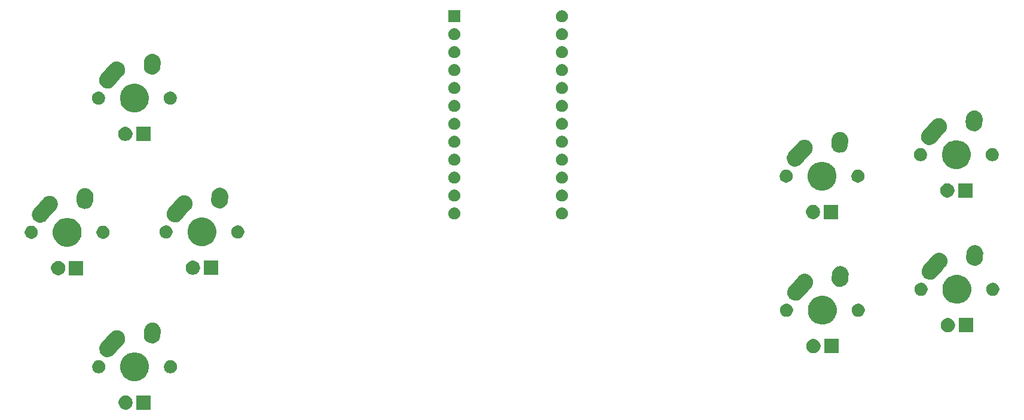
<source format=gbs>
G04 #@! TF.GenerationSoftware,KiCad,Pcbnew,(5.1.4)-1*
G04 #@! TF.CreationDate,2022-05-26T19:20:09-08:00*
G04 #@! TF.ProjectId,No2 controller PCB,4e6f3220-636f-46e7-9472-6f6c6c657220,rev?*
G04 #@! TF.SameCoordinates,Original*
G04 #@! TF.FileFunction,Soldermask,Bot*
G04 #@! TF.FilePolarity,Negative*
%FSLAX46Y46*%
G04 Gerber Fmt 4.6, Leading zero omitted, Abs format (unit mm)*
G04 Created by KiCad (PCBNEW (5.1.4)-1) date 2022-05-26 19:20:09*
%MOMM*%
%LPD*%
G04 APERTURE LIST*
%ADD10C,0.100000*%
G04 APERTURE END LIST*
D10*
G36*
X86971262Y-99074471D02*
G01*
X84964262Y-99074471D01*
X84964262Y-97067471D01*
X86971262Y-97067471D01*
X86971262Y-99074471D01*
X86971262Y-99074471D01*
G37*
G36*
X83554187Y-97072959D02*
G01*
X83720472Y-97106034D01*
X83903098Y-97181680D01*
X84067456Y-97291501D01*
X84207232Y-97431277D01*
X84317053Y-97595635D01*
X84392699Y-97778261D01*
X84431262Y-97972135D01*
X84431262Y-98169807D01*
X84392699Y-98363681D01*
X84317053Y-98546307D01*
X84207232Y-98710665D01*
X84067456Y-98850441D01*
X83903098Y-98960262D01*
X83720472Y-99035908D01*
X83554187Y-99068983D01*
X83526599Y-99074471D01*
X83328925Y-99074471D01*
X83301337Y-99068983D01*
X83135052Y-99035908D01*
X82952426Y-98960262D01*
X82788068Y-98850441D01*
X82648292Y-98710665D01*
X82538471Y-98546307D01*
X82462825Y-98363681D01*
X82424262Y-98169807D01*
X82424262Y-97972135D01*
X82462825Y-97778261D01*
X82538471Y-97595635D01*
X82648292Y-97431277D01*
X82788068Y-97291501D01*
X82952426Y-97181680D01*
X83135052Y-97106034D01*
X83301337Y-97072959D01*
X83328925Y-97067471D01*
X83526599Y-97067471D01*
X83554187Y-97072959D01*
X83554187Y-97072959D01*
G37*
G36*
X85294236Y-91024655D02*
G01*
X85400765Y-91068781D01*
X85666385Y-91178804D01*
X86001310Y-91402594D01*
X86286139Y-91687423D01*
X86509929Y-92022348D01*
X86542324Y-92100557D01*
X86664078Y-92394497D01*
X86742662Y-92789565D01*
X86742662Y-93192377D01*
X86664078Y-93587445D01*
X86613213Y-93710243D01*
X86509929Y-93959594D01*
X86286139Y-94294519D01*
X86001310Y-94579348D01*
X85666385Y-94803138D01*
X85512236Y-94866988D01*
X85294236Y-94957287D01*
X84899168Y-95035871D01*
X84496356Y-95035871D01*
X84101288Y-94957287D01*
X83883288Y-94866988D01*
X83729139Y-94803138D01*
X83394214Y-94579348D01*
X83109385Y-94294519D01*
X82885595Y-93959594D01*
X82782311Y-93710243D01*
X82731446Y-93587445D01*
X82652862Y-93192377D01*
X82652862Y-92789565D01*
X82731446Y-92394497D01*
X82853200Y-92100557D01*
X82885595Y-92022348D01*
X83109385Y-91687423D01*
X83394214Y-91402594D01*
X83729139Y-91178804D01*
X83994759Y-91068781D01*
X84101288Y-91024655D01*
X84496356Y-90946071D01*
X84899168Y-90946071D01*
X85294236Y-91024655D01*
X85294236Y-91024655D01*
G37*
G36*
X90047866Y-92100556D02*
G01*
X90216388Y-92170360D01*
X90368053Y-92271699D01*
X90497034Y-92400680D01*
X90598373Y-92552345D01*
X90668177Y-92720867D01*
X90703762Y-92899768D01*
X90703762Y-93082174D01*
X90668177Y-93261075D01*
X90598373Y-93429597D01*
X90497034Y-93581262D01*
X90368053Y-93710243D01*
X90216388Y-93811582D01*
X90047866Y-93881386D01*
X89868965Y-93916971D01*
X89686559Y-93916971D01*
X89507658Y-93881386D01*
X89339136Y-93811582D01*
X89187471Y-93710243D01*
X89058490Y-93581262D01*
X88957151Y-93429597D01*
X88887347Y-93261075D01*
X88851762Y-93082174D01*
X88851762Y-92899768D01*
X88887347Y-92720867D01*
X88957151Y-92552345D01*
X89058490Y-92400680D01*
X89187471Y-92271699D01*
X89339136Y-92170360D01*
X89507658Y-92100556D01*
X89686559Y-92064971D01*
X89868965Y-92064971D01*
X90047866Y-92100556D01*
X90047866Y-92100556D01*
G37*
G36*
X79887866Y-92100556D02*
G01*
X80056388Y-92170360D01*
X80208053Y-92271699D01*
X80337034Y-92400680D01*
X80438373Y-92552345D01*
X80508177Y-92720867D01*
X80543762Y-92899768D01*
X80543762Y-93082174D01*
X80508177Y-93261075D01*
X80438373Y-93429597D01*
X80337034Y-93581262D01*
X80208053Y-93710243D01*
X80056388Y-93811582D01*
X79887866Y-93881386D01*
X79708965Y-93916971D01*
X79526559Y-93916971D01*
X79347658Y-93881386D01*
X79179136Y-93811582D01*
X79027471Y-93710243D01*
X78898490Y-93581262D01*
X78797151Y-93429597D01*
X78727347Y-93261075D01*
X78691762Y-93082174D01*
X78691762Y-92899768D01*
X78727347Y-92720867D01*
X78797151Y-92552345D01*
X78898490Y-92400680D01*
X79027471Y-92271699D01*
X79179136Y-92170360D01*
X79347658Y-92100556D01*
X79526559Y-92064971D01*
X79708965Y-92064971D01*
X79887866Y-92100556D01*
X79887866Y-92100556D01*
G37*
G36*
X82220967Y-87814852D02*
G01*
X82226407Y-87814971D01*
X82313590Y-87814971D01*
X82329859Y-87818207D01*
X82348718Y-87820486D01*
X82365294Y-87821217D01*
X82449985Y-87841981D01*
X82455280Y-87843155D01*
X82540789Y-87860164D01*
X82556124Y-87866516D01*
X82574163Y-87872426D01*
X82590283Y-87876378D01*
X82669266Y-87913251D01*
X82674256Y-87915448D01*
X82754807Y-87948813D01*
X82768603Y-87958031D01*
X82785155Y-87967353D01*
X82800188Y-87974371D01*
X82870456Y-88025942D01*
X82874954Y-88029093D01*
X82947418Y-88077512D01*
X82959145Y-88089239D01*
X82973571Y-88101619D01*
X82986941Y-88111432D01*
X82986942Y-88111433D01*
X83045783Y-88175704D01*
X83049591Y-88179685D01*
X83111221Y-88241315D01*
X83120436Y-88255106D01*
X83132158Y-88270049D01*
X83143367Y-88282292D01*
X83188561Y-88356845D01*
X83191508Y-88361472D01*
X83239920Y-88433926D01*
X83246267Y-88449248D01*
X83254854Y-88466202D01*
X83263453Y-88480388D01*
X83293240Y-88562339D01*
X83295214Y-88567419D01*
X83328569Y-88647944D01*
X83328569Y-88647945D01*
X83331803Y-88664204D01*
X83336920Y-88682513D01*
X83342587Y-88698105D01*
X83355817Y-88784316D01*
X83356763Y-88789684D01*
X83373762Y-88875144D01*
X83373762Y-88891723D01*
X83375206Y-88910663D01*
X83377725Y-88927075D01*
X83373882Y-89014220D01*
X83373762Y-89019660D01*
X83373762Y-89106796D01*
X83370528Y-89123054D01*
X83368250Y-89141912D01*
X83367518Y-89158502D01*
X83346750Y-89243208D01*
X83345574Y-89248508D01*
X83328569Y-89333998D01*
X83322219Y-89349328D01*
X83316311Y-89367364D01*
X83312357Y-89383491D01*
X83275473Y-89462497D01*
X83273273Y-89467494D01*
X83239920Y-89548016D01*
X83230706Y-89561806D01*
X83221384Y-89578358D01*
X83214364Y-89593395D01*
X83162773Y-89663691D01*
X83159628Y-89668181D01*
X83111223Y-89740625D01*
X83054222Y-89797626D01*
X83049573Y-89802534D01*
X82618073Y-90283441D01*
X81724485Y-91279347D01*
X81596441Y-91396573D01*
X81497392Y-91456617D01*
X81398345Y-91516660D01*
X81180628Y-91595794D01*
X80951657Y-91630932D01*
X80720232Y-91620725D01*
X80495243Y-91565564D01*
X80390489Y-91516660D01*
X80285341Y-91467573D01*
X80188600Y-91396573D01*
X80098585Y-91330510D01*
X80024156Y-91249212D01*
X79942160Y-91159650D01*
X79860326Y-91024656D01*
X79822073Y-90961554D01*
X79742939Y-90743837D01*
X79707801Y-90514866D01*
X79718008Y-90283441D01*
X79773169Y-90058452D01*
X79824734Y-89947999D01*
X79871160Y-89848551D01*
X79871162Y-89848548D01*
X79973876Y-89708593D01*
X80729007Y-88866998D01*
X81260549Y-88274592D01*
X81271443Y-88260560D01*
X81284301Y-88241317D01*
X81341335Y-88184283D01*
X81345985Y-88179374D01*
X81361040Y-88162595D01*
X81382463Y-88142982D01*
X81386444Y-88139174D01*
X81448108Y-88077510D01*
X81461905Y-88068291D01*
X81476864Y-88056556D01*
X81489083Y-88045369D01*
X81521147Y-88025932D01*
X81563592Y-88000202D01*
X81568183Y-87997279D01*
X81640717Y-87948813D01*
X81656062Y-87942457D01*
X81673010Y-87933872D01*
X81687178Y-87925283D01*
X81687179Y-87925283D01*
X81687180Y-87925282D01*
X81769074Y-87895516D01*
X81774172Y-87893534D01*
X81854735Y-87860164D01*
X81871014Y-87856926D01*
X81889304Y-87851815D01*
X81904897Y-87846148D01*
X81991062Y-87832925D01*
X81996425Y-87831980D01*
X82081935Y-87814971D01*
X82098528Y-87814971D01*
X82117471Y-87813526D01*
X82133868Y-87811010D01*
X82220967Y-87814852D01*
X82220967Y-87814852D01*
G37*
G36*
X180974916Y-89067269D02*
G01*
X181141201Y-89100344D01*
X181323827Y-89175990D01*
X181488185Y-89285811D01*
X181627961Y-89425587D01*
X181737782Y-89589945D01*
X181813428Y-89772571D01*
X181851991Y-89966445D01*
X181851991Y-90164117D01*
X181813428Y-90357991D01*
X181737782Y-90540617D01*
X181627961Y-90704975D01*
X181488185Y-90844751D01*
X181323827Y-90954572D01*
X181141201Y-91030218D01*
X180974916Y-91063293D01*
X180947328Y-91068781D01*
X180749654Y-91068781D01*
X180722066Y-91063293D01*
X180555781Y-91030218D01*
X180373155Y-90954572D01*
X180208797Y-90844751D01*
X180069021Y-90704975D01*
X179959200Y-90540617D01*
X179883554Y-90357991D01*
X179844991Y-90164117D01*
X179844991Y-89966445D01*
X179883554Y-89772571D01*
X179959200Y-89589945D01*
X180069021Y-89425587D01*
X180208797Y-89285811D01*
X180373155Y-89175990D01*
X180555781Y-89100344D01*
X180722066Y-89067269D01*
X180749654Y-89061781D01*
X180947328Y-89061781D01*
X180974916Y-89067269D01*
X180974916Y-89067269D01*
G37*
G36*
X184391991Y-91068781D02*
G01*
X182384991Y-91068781D01*
X182384991Y-89061781D01*
X184391991Y-89061781D01*
X184391991Y-91068781D01*
X184391991Y-91068781D01*
G37*
G36*
X87325889Y-86733232D02*
G01*
X87346662Y-86734971D01*
X87353589Y-86734971D01*
X87448516Y-86753853D01*
X87452110Y-86754513D01*
X87547492Y-86770595D01*
X87553965Y-86773056D01*
X87573990Y-86778812D01*
X87580789Y-86780164D01*
X87622516Y-86797448D01*
X87670205Y-86817201D01*
X87673606Y-86818552D01*
X87764017Y-86852932D01*
X87769889Y-86856611D01*
X87788398Y-86866158D01*
X87794807Y-86868813D01*
X87875325Y-86922613D01*
X87878316Y-86924549D01*
X87960319Y-86975930D01*
X87965346Y-86980671D01*
X87981658Y-86993662D01*
X87987414Y-86997508D01*
X88055872Y-87065966D01*
X88058451Y-87068470D01*
X88128852Y-87134860D01*
X88132857Y-87140490D01*
X88146321Y-87156415D01*
X88151221Y-87161315D01*
X88205006Y-87241810D01*
X88207053Y-87244778D01*
X88263142Y-87323616D01*
X88265976Y-87329929D01*
X88276070Y-87348164D01*
X88279920Y-87353926D01*
X88316982Y-87443401D01*
X88318386Y-87446656D01*
X88358027Y-87534944D01*
X88359577Y-87541696D01*
X88365914Y-87561533D01*
X88368569Y-87567944D01*
X88387454Y-87662888D01*
X88388200Y-87666372D01*
X88409860Y-87760722D01*
X88409860Y-87760725D01*
X88410062Y-87767625D01*
X88412409Y-87788341D01*
X88413762Y-87795145D01*
X88413762Y-87891957D01*
X88413815Y-87895555D01*
X88414950Y-87934248D01*
X88414057Y-87947196D01*
X88413762Y-87955768D01*
X88413762Y-88026797D01*
X88407843Y-88056556D01*
X88407366Y-88058950D01*
X88405262Y-88074721D01*
X88367000Y-88629516D01*
X88338138Y-88800701D01*
X88255800Y-89017226D01*
X88132803Y-89213528D01*
X87973873Y-89382061D01*
X87785117Y-89516351D01*
X87573789Y-89611236D01*
X87348011Y-89663069D01*
X87116460Y-89669860D01*
X87116459Y-89669860D01*
X87070774Y-89662157D01*
X86888032Y-89631347D01*
X86671507Y-89549009D01*
X86475205Y-89426012D01*
X86306672Y-89267082D01*
X86172382Y-89078326D01*
X86077497Y-88866998D01*
X86025664Y-88641220D01*
X86020574Y-88467694D01*
X86061466Y-87874765D01*
X86061762Y-87866167D01*
X86061762Y-87795146D01*
X86080644Y-87700221D01*
X86081306Y-87696616D01*
X86086993Y-87662888D01*
X86097386Y-87601241D01*
X86099847Y-87594770D01*
X86105604Y-87574738D01*
X86106853Y-87568460D01*
X86106955Y-87567944D01*
X86144026Y-87478447D01*
X86145315Y-87475201D01*
X86179724Y-87384716D01*
X86183398Y-87378852D01*
X86192949Y-87360336D01*
X86195604Y-87353926D01*
X86249419Y-87273386D01*
X86251339Y-87270420D01*
X86302721Y-87188414D01*
X86307473Y-87183375D01*
X86320451Y-87167078D01*
X86324299Y-87161319D01*
X86392755Y-87092863D01*
X86395308Y-87090233D01*
X86415785Y-87068519D01*
X86461651Y-87019881D01*
X86467283Y-87015874D01*
X86483209Y-87002409D01*
X86488108Y-86997510D01*
X86549774Y-86956307D01*
X86568595Y-86943730D01*
X86571568Y-86941681D01*
X86650407Y-86885591D01*
X86656717Y-86882758D01*
X86674956Y-86872662D01*
X86680713Y-86868815D01*
X86680716Y-86868814D01*
X86680717Y-86868813D01*
X86770191Y-86831752D01*
X86773449Y-86830346D01*
X86861735Y-86790706D01*
X86868487Y-86789156D01*
X86888324Y-86782819D01*
X86894735Y-86780164D01*
X86989661Y-86761282D01*
X86993208Y-86760522D01*
X87087513Y-86738872D01*
X87089892Y-86738802D01*
X87094427Y-86738669D01*
X87115143Y-86736322D01*
X87121936Y-86734971D01*
X87218721Y-86734971D01*
X87222346Y-86734918D01*
X87319064Y-86732081D01*
X87325889Y-86733232D01*
X87325889Y-86733232D01*
G37*
G36*
X200025930Y-86095112D02*
G01*
X200192215Y-86128187D01*
X200374841Y-86203833D01*
X200539199Y-86313654D01*
X200678975Y-86453430D01*
X200788796Y-86617788D01*
X200864442Y-86800414D01*
X200892536Y-86941656D01*
X200902881Y-86993662D01*
X200903005Y-86994288D01*
X200903005Y-87191960D01*
X200864442Y-87385834D01*
X200788796Y-87568460D01*
X200678975Y-87732818D01*
X200539199Y-87872594D01*
X200374841Y-87982415D01*
X200192215Y-88058061D01*
X200025930Y-88091136D01*
X199998342Y-88096624D01*
X199800668Y-88096624D01*
X199773080Y-88091136D01*
X199606795Y-88058061D01*
X199424169Y-87982415D01*
X199259811Y-87872594D01*
X199120035Y-87732818D01*
X199010214Y-87568460D01*
X198934568Y-87385834D01*
X198896005Y-87191960D01*
X198896005Y-86994288D01*
X198896130Y-86993662D01*
X198906474Y-86941656D01*
X198934568Y-86800414D01*
X199010214Y-86617788D01*
X199120035Y-86453430D01*
X199259811Y-86313654D01*
X199424169Y-86203833D01*
X199606795Y-86128187D01*
X199773080Y-86095112D01*
X199800668Y-86089624D01*
X199998342Y-86089624D01*
X200025930Y-86095112D01*
X200025930Y-86095112D01*
G37*
G36*
X203443005Y-88096624D02*
G01*
X201436005Y-88096624D01*
X201436005Y-86089624D01*
X203443005Y-86089624D01*
X203443005Y-88096624D01*
X203443005Y-88096624D01*
G37*
G36*
X182714965Y-83018965D02*
G01*
X182932965Y-83109264D01*
X183087114Y-83173114D01*
X183422039Y-83396904D01*
X183706868Y-83681733D01*
X183930658Y-84016658D01*
X183963053Y-84094867D01*
X184084807Y-84388807D01*
X184163391Y-84783875D01*
X184163391Y-85186687D01*
X184084807Y-85581755D01*
X184033942Y-85704553D01*
X183930658Y-85953904D01*
X183706868Y-86288829D01*
X183422039Y-86573658D01*
X183087114Y-86797448D01*
X182932965Y-86861298D01*
X182714965Y-86951597D01*
X182319897Y-87030181D01*
X181917085Y-87030181D01*
X181522017Y-86951597D01*
X181304017Y-86861298D01*
X181149868Y-86797448D01*
X180814943Y-86573658D01*
X180530114Y-86288829D01*
X180306324Y-85953904D01*
X180203040Y-85704553D01*
X180152175Y-85581755D01*
X180073591Y-85186687D01*
X180073591Y-84783875D01*
X180152175Y-84388807D01*
X180273929Y-84094867D01*
X180306324Y-84016658D01*
X180530114Y-83681733D01*
X180814943Y-83396904D01*
X181149868Y-83173114D01*
X181304017Y-83109264D01*
X181522017Y-83018965D01*
X181917085Y-82940381D01*
X182319897Y-82940381D01*
X182714965Y-83018965D01*
X182714965Y-83018965D01*
G37*
G36*
X177308595Y-84094866D02*
G01*
X177477117Y-84164670D01*
X177628782Y-84266009D01*
X177757763Y-84394990D01*
X177859102Y-84546655D01*
X177928906Y-84715177D01*
X177964491Y-84894078D01*
X177964491Y-85076484D01*
X177928906Y-85255385D01*
X177859102Y-85423907D01*
X177757763Y-85575572D01*
X177628782Y-85704553D01*
X177477117Y-85805892D01*
X177308595Y-85875696D01*
X177129694Y-85911281D01*
X176947288Y-85911281D01*
X176768387Y-85875696D01*
X176599865Y-85805892D01*
X176448200Y-85704553D01*
X176319219Y-85575572D01*
X176217880Y-85423907D01*
X176148076Y-85255385D01*
X176112491Y-85076484D01*
X176112491Y-84894078D01*
X176148076Y-84715177D01*
X176217880Y-84546655D01*
X176319219Y-84394990D01*
X176448200Y-84266009D01*
X176599865Y-84164670D01*
X176768387Y-84094866D01*
X176947288Y-84059281D01*
X177129694Y-84059281D01*
X177308595Y-84094866D01*
X177308595Y-84094866D01*
G37*
G36*
X187468595Y-84094866D02*
G01*
X187637117Y-84164670D01*
X187788782Y-84266009D01*
X187917763Y-84394990D01*
X188019102Y-84546655D01*
X188088906Y-84715177D01*
X188124491Y-84894078D01*
X188124491Y-85076484D01*
X188088906Y-85255385D01*
X188019102Y-85423907D01*
X187917763Y-85575572D01*
X187788782Y-85704553D01*
X187637117Y-85805892D01*
X187468595Y-85875696D01*
X187289694Y-85911281D01*
X187107288Y-85911281D01*
X186928387Y-85875696D01*
X186759865Y-85805892D01*
X186608200Y-85704553D01*
X186479219Y-85575572D01*
X186377880Y-85423907D01*
X186308076Y-85255385D01*
X186272491Y-85076484D01*
X186272491Y-84894078D01*
X186308076Y-84715177D01*
X186377880Y-84546655D01*
X186479219Y-84394990D01*
X186608200Y-84266009D01*
X186759865Y-84164670D01*
X186928387Y-84094866D01*
X187107288Y-84059281D01*
X187289694Y-84059281D01*
X187468595Y-84094866D01*
X187468595Y-84094866D01*
G37*
G36*
X201765979Y-80046808D02*
G01*
X201908258Y-80105742D01*
X202138128Y-80200957D01*
X202473053Y-80424747D01*
X202757882Y-80709576D01*
X202981672Y-81044501D01*
X203014067Y-81122710D01*
X203135821Y-81416650D01*
X203214405Y-81811718D01*
X203214405Y-82214530D01*
X203135821Y-82609598D01*
X203084956Y-82732396D01*
X202981672Y-82981747D01*
X202757882Y-83316672D01*
X202473053Y-83601501D01*
X202138128Y-83825291D01*
X201983979Y-83889141D01*
X201765979Y-83979440D01*
X201370911Y-84058024D01*
X200968099Y-84058024D01*
X200573031Y-83979440D01*
X200355031Y-83889141D01*
X200200882Y-83825291D01*
X199865957Y-83601501D01*
X199581128Y-83316672D01*
X199357338Y-82981747D01*
X199254054Y-82732396D01*
X199203189Y-82609598D01*
X199124605Y-82214530D01*
X199124605Y-81811718D01*
X199203189Y-81416650D01*
X199324943Y-81122710D01*
X199357338Y-81044501D01*
X199581128Y-80709576D01*
X199865957Y-80424747D01*
X200200882Y-80200957D01*
X200430752Y-80105742D01*
X200573031Y-80046808D01*
X200968099Y-79968224D01*
X201370911Y-79968224D01*
X201765979Y-80046808D01*
X201765979Y-80046808D01*
G37*
G36*
X179641696Y-79809162D02*
G01*
X179647136Y-79809281D01*
X179734319Y-79809281D01*
X179750588Y-79812517D01*
X179769447Y-79814796D01*
X179786023Y-79815527D01*
X179870714Y-79836291D01*
X179876009Y-79837465D01*
X179961518Y-79854474D01*
X179976853Y-79860826D01*
X179994892Y-79866736D01*
X180011012Y-79870688D01*
X180089995Y-79907561D01*
X180094985Y-79909758D01*
X180175536Y-79943123D01*
X180189332Y-79952341D01*
X180205884Y-79961663D01*
X180220917Y-79968681D01*
X180291185Y-80020252D01*
X180295681Y-80023402D01*
X180336784Y-80050866D01*
X180368147Y-80071822D01*
X180379874Y-80083549D01*
X180394300Y-80095929D01*
X180407670Y-80105742D01*
X180407671Y-80105743D01*
X180466512Y-80170014D01*
X180470320Y-80173995D01*
X180531950Y-80235625D01*
X180541165Y-80249416D01*
X180552887Y-80264359D01*
X180564096Y-80276602D01*
X180609290Y-80351155D01*
X180612237Y-80355782D01*
X180660649Y-80428236D01*
X180666996Y-80443558D01*
X180675583Y-80460512D01*
X180684182Y-80474698D01*
X180713969Y-80556649D01*
X180715943Y-80561729D01*
X180749298Y-80642254D01*
X180749298Y-80642255D01*
X180752532Y-80658514D01*
X180757649Y-80676823D01*
X180763316Y-80692415D01*
X180776546Y-80778626D01*
X180777492Y-80783994D01*
X180794491Y-80869454D01*
X180794491Y-80886033D01*
X180795935Y-80904973D01*
X180798454Y-80921385D01*
X180794611Y-81008530D01*
X180794491Y-81013970D01*
X180794491Y-81101106D01*
X180791257Y-81117364D01*
X180788979Y-81136222D01*
X180788247Y-81152812D01*
X180767479Y-81237518D01*
X180766303Y-81242818D01*
X180749298Y-81328308D01*
X180742948Y-81343638D01*
X180737040Y-81361674D01*
X180733086Y-81377801D01*
X180696202Y-81456807D01*
X180694002Y-81461804D01*
X180660649Y-81542326D01*
X180651435Y-81556116D01*
X180642113Y-81572668D01*
X180635093Y-81587705D01*
X180583502Y-81658001D01*
X180580357Y-81662491D01*
X180531952Y-81734935D01*
X180474951Y-81791936D01*
X180470302Y-81796844D01*
X180095529Y-82214529D01*
X179145214Y-83273657D01*
X179017170Y-83390883D01*
X178918122Y-83450926D01*
X178819074Y-83510970D01*
X178601357Y-83590104D01*
X178372386Y-83625242D01*
X178140961Y-83615035D01*
X177915972Y-83559874D01*
X177811218Y-83510970D01*
X177706070Y-83461883D01*
X177609329Y-83390883D01*
X177519314Y-83324820D01*
X177444885Y-83243522D01*
X177362889Y-83153960D01*
X177281055Y-83018966D01*
X177242802Y-82955864D01*
X177163668Y-82738147D01*
X177128530Y-82509176D01*
X177138737Y-82277751D01*
X177193898Y-82052762D01*
X177254981Y-81921921D01*
X177291889Y-81842861D01*
X177291891Y-81842858D01*
X177394605Y-81702903D01*
X178149736Y-80861308D01*
X178681278Y-80268902D01*
X178692172Y-80254870D01*
X178705030Y-80235627D01*
X178762064Y-80178593D01*
X178766714Y-80173684D01*
X178781769Y-80156905D01*
X178803192Y-80137292D01*
X178807173Y-80133484D01*
X178868837Y-80071820D01*
X178882634Y-80062601D01*
X178897593Y-80050866D01*
X178909812Y-80039679D01*
X178943867Y-80019035D01*
X178984321Y-79994512D01*
X178988912Y-79991589D01*
X179061446Y-79943123D01*
X179076791Y-79936767D01*
X179093739Y-79928182D01*
X179107907Y-79919593D01*
X179107908Y-79919593D01*
X179107909Y-79919592D01*
X179189803Y-79889826D01*
X179194901Y-79887844D01*
X179275464Y-79854474D01*
X179291743Y-79851236D01*
X179310033Y-79846125D01*
X179325626Y-79840458D01*
X179411791Y-79827235D01*
X179417154Y-79826290D01*
X179502664Y-79809281D01*
X179519257Y-79809281D01*
X179538200Y-79807836D01*
X179554597Y-79805320D01*
X179641696Y-79809162D01*
X179641696Y-79809162D01*
G37*
G36*
X206519609Y-81122709D02*
G01*
X206688131Y-81192513D01*
X206839796Y-81293852D01*
X206968777Y-81422833D01*
X207070116Y-81574498D01*
X207139920Y-81743020D01*
X207175505Y-81921921D01*
X207175505Y-82104327D01*
X207139920Y-82283228D01*
X207070116Y-82451750D01*
X206968777Y-82603415D01*
X206839796Y-82732396D01*
X206688131Y-82833735D01*
X206519609Y-82903539D01*
X206340708Y-82939124D01*
X206158302Y-82939124D01*
X205979401Y-82903539D01*
X205810879Y-82833735D01*
X205659214Y-82732396D01*
X205530233Y-82603415D01*
X205428894Y-82451750D01*
X205359090Y-82283228D01*
X205323505Y-82104327D01*
X205323505Y-81921921D01*
X205359090Y-81743020D01*
X205428894Y-81574498D01*
X205530233Y-81422833D01*
X205659214Y-81293852D01*
X205810879Y-81192513D01*
X205979401Y-81122709D01*
X206158302Y-81087124D01*
X206340708Y-81087124D01*
X206519609Y-81122709D01*
X206519609Y-81122709D01*
G37*
G36*
X196359609Y-81122709D02*
G01*
X196528131Y-81192513D01*
X196679796Y-81293852D01*
X196808777Y-81422833D01*
X196910116Y-81574498D01*
X196979920Y-81743020D01*
X197015505Y-81921921D01*
X197015505Y-82104327D01*
X196979920Y-82283228D01*
X196910116Y-82451750D01*
X196808777Y-82603415D01*
X196679796Y-82732396D01*
X196528131Y-82833735D01*
X196359609Y-82903539D01*
X196180708Y-82939124D01*
X195998302Y-82939124D01*
X195819401Y-82903539D01*
X195650879Y-82833735D01*
X195499214Y-82732396D01*
X195370233Y-82603415D01*
X195268894Y-82451750D01*
X195199090Y-82283228D01*
X195163505Y-82104327D01*
X195163505Y-81921921D01*
X195199090Y-81743020D01*
X195268894Y-81574498D01*
X195370233Y-81422833D01*
X195499214Y-81293852D01*
X195650879Y-81192513D01*
X195819401Y-81122709D01*
X195998302Y-81087124D01*
X196180708Y-81087124D01*
X196359609Y-81122709D01*
X196359609Y-81122709D01*
G37*
G36*
X184746618Y-78727542D02*
G01*
X184767391Y-78729281D01*
X184774318Y-78729281D01*
X184869245Y-78748163D01*
X184872839Y-78748823D01*
X184968221Y-78764905D01*
X184974694Y-78767366D01*
X184994719Y-78773122D01*
X185001518Y-78774474D01*
X185063905Y-78800315D01*
X185090934Y-78811511D01*
X185094335Y-78812862D01*
X185184746Y-78847242D01*
X185190618Y-78850921D01*
X185209127Y-78860468D01*
X185215536Y-78863123D01*
X185296054Y-78916923D01*
X185299045Y-78918859D01*
X185381048Y-78970240D01*
X185386075Y-78974981D01*
X185402387Y-78987972D01*
X185408143Y-78991818D01*
X185476601Y-79060276D01*
X185479180Y-79062780D01*
X185549581Y-79129170D01*
X185553586Y-79134800D01*
X185567050Y-79150725D01*
X185571950Y-79155625D01*
X185625735Y-79236120D01*
X185627782Y-79239088D01*
X185683871Y-79317926D01*
X185686705Y-79324239D01*
X185696799Y-79342474D01*
X185700649Y-79348236D01*
X185737711Y-79437711D01*
X185739115Y-79440966D01*
X185778756Y-79529254D01*
X185780306Y-79536006D01*
X185786643Y-79555843D01*
X185789298Y-79562254D01*
X185808183Y-79657198D01*
X185808929Y-79660682D01*
X185830589Y-79755032D01*
X185830589Y-79755035D01*
X185830791Y-79761935D01*
X185833138Y-79782651D01*
X185834491Y-79789455D01*
X185834491Y-79886267D01*
X185834544Y-79889865D01*
X185835679Y-79928558D01*
X185834786Y-79941506D01*
X185834491Y-79950078D01*
X185834491Y-80021107D01*
X185828572Y-80050866D01*
X185828095Y-80053260D01*
X185825991Y-80069031D01*
X185787729Y-80623826D01*
X185758867Y-80795011D01*
X185676529Y-81011536D01*
X185553532Y-81207838D01*
X185394602Y-81376371D01*
X185205846Y-81510661D01*
X184994518Y-81605546D01*
X184768740Y-81657379D01*
X184537189Y-81664170D01*
X184537188Y-81664170D01*
X184491503Y-81656467D01*
X184308761Y-81625657D01*
X184092236Y-81543319D01*
X183895934Y-81420322D01*
X183727401Y-81261392D01*
X183593111Y-81072636D01*
X183498226Y-80861308D01*
X183446393Y-80635530D01*
X183441303Y-80462004D01*
X183482195Y-79869075D01*
X183482491Y-79860477D01*
X183482491Y-79789456D01*
X183487010Y-79766736D01*
X183501379Y-79694500D01*
X183502035Y-79690926D01*
X183507722Y-79657198D01*
X183518115Y-79595551D01*
X183520576Y-79589080D01*
X183526333Y-79569048D01*
X183527684Y-79562255D01*
X183530334Y-79555857D01*
X183564755Y-79472757D01*
X183566044Y-79469511D01*
X183600453Y-79379026D01*
X183604127Y-79373162D01*
X183613678Y-79354646D01*
X183616333Y-79348236D01*
X183670148Y-79267696D01*
X183672068Y-79264730D01*
X183723450Y-79182724D01*
X183728202Y-79177685D01*
X183741180Y-79161388D01*
X183745028Y-79155629D01*
X183813484Y-79087173D01*
X183816037Y-79084543D01*
X183819751Y-79080605D01*
X183882380Y-79014191D01*
X183888012Y-79010184D01*
X183903938Y-78996719D01*
X183908837Y-78991820D01*
X183989315Y-78938047D01*
X183992297Y-78935991D01*
X184071136Y-78879901D01*
X184077446Y-78877068D01*
X184095685Y-78866972D01*
X184101442Y-78863125D01*
X184101445Y-78863124D01*
X184101446Y-78863123D01*
X184190920Y-78826062D01*
X184194178Y-78824656D01*
X184282464Y-78785016D01*
X184289216Y-78783466D01*
X184309053Y-78777129D01*
X184315464Y-78774474D01*
X184410390Y-78755592D01*
X184413937Y-78754832D01*
X184508242Y-78733182D01*
X184510621Y-78733112D01*
X184515156Y-78732979D01*
X184535872Y-78730632D01*
X184542665Y-78729281D01*
X184639450Y-78729281D01*
X184643075Y-78729228D01*
X184739793Y-78726391D01*
X184746618Y-78727542D01*
X184746618Y-78727542D01*
G37*
G36*
X198692710Y-76837005D02*
G01*
X198698150Y-76837124D01*
X198785333Y-76837124D01*
X198801602Y-76840360D01*
X198820461Y-76842639D01*
X198837037Y-76843370D01*
X198921728Y-76864134D01*
X198927023Y-76865308D01*
X199012532Y-76882317D01*
X199027867Y-76888669D01*
X199045906Y-76894579D01*
X199062026Y-76898531D01*
X199141009Y-76935404D01*
X199145999Y-76937601D01*
X199226550Y-76970966D01*
X199240346Y-76980184D01*
X199256898Y-76989506D01*
X199271931Y-76996524D01*
X199342199Y-77048095D01*
X199346697Y-77051246D01*
X199419161Y-77099665D01*
X199430888Y-77111392D01*
X199445314Y-77123772D01*
X199458684Y-77133585D01*
X199458685Y-77133586D01*
X199517526Y-77197857D01*
X199521334Y-77201838D01*
X199582964Y-77263468D01*
X199592179Y-77277259D01*
X199603901Y-77292202D01*
X199615110Y-77304445D01*
X199660304Y-77378998D01*
X199663251Y-77383625D01*
X199711663Y-77456079D01*
X199718010Y-77471401D01*
X199726597Y-77488355D01*
X199735196Y-77502541D01*
X199764983Y-77584492D01*
X199766957Y-77589572D01*
X199800312Y-77670097D01*
X199800312Y-77670098D01*
X199803546Y-77686357D01*
X199808663Y-77704666D01*
X199814330Y-77720258D01*
X199827560Y-77806469D01*
X199828506Y-77811837D01*
X199845505Y-77897297D01*
X199845505Y-77913876D01*
X199846949Y-77932816D01*
X199849468Y-77949228D01*
X199845625Y-78036373D01*
X199845505Y-78041813D01*
X199845505Y-78128949D01*
X199842271Y-78145207D01*
X199839993Y-78164065D01*
X199839261Y-78180655D01*
X199818493Y-78265361D01*
X199817317Y-78270661D01*
X199800312Y-78356151D01*
X199793962Y-78371481D01*
X199788054Y-78389517D01*
X199784100Y-78405644D01*
X199747216Y-78484650D01*
X199745016Y-78489647D01*
X199711663Y-78570169D01*
X199702449Y-78583959D01*
X199693127Y-78600511D01*
X199686107Y-78615548D01*
X199634516Y-78685844D01*
X199631371Y-78690334D01*
X199582966Y-78762778D01*
X199525965Y-78819779D01*
X199521316Y-78824687D01*
X199045811Y-79354638D01*
X198196228Y-80301500D01*
X198068184Y-80418726D01*
X197975852Y-80474698D01*
X197870088Y-80538813D01*
X197652371Y-80617947D01*
X197423400Y-80653085D01*
X197191975Y-80642878D01*
X196966986Y-80587717D01*
X196862232Y-80538813D01*
X196757084Y-80489726D01*
X196701815Y-80449163D01*
X196570328Y-80352663D01*
X196493644Y-80268902D01*
X196413903Y-80181803D01*
X196335980Y-80053260D01*
X196293816Y-79983707D01*
X196214682Y-79765990D01*
X196179544Y-79537019D01*
X196189751Y-79305594D01*
X196244912Y-79080605D01*
X196312436Y-78935966D01*
X196342903Y-78870704D01*
X196354187Y-78855329D01*
X196445619Y-78730746D01*
X197200750Y-77889151D01*
X197732292Y-77296745D01*
X197743186Y-77282713D01*
X197756044Y-77263470D01*
X197813078Y-77206436D01*
X197817728Y-77201527D01*
X197832783Y-77184748D01*
X197854206Y-77165135D01*
X197858187Y-77161327D01*
X197919851Y-77099663D01*
X197933648Y-77090444D01*
X197948607Y-77078709D01*
X197960826Y-77067522D01*
X197992890Y-77048085D01*
X198035335Y-77022355D01*
X198039926Y-77019432D01*
X198112460Y-76970966D01*
X198127805Y-76964610D01*
X198144753Y-76956025D01*
X198158921Y-76947436D01*
X198158922Y-76947436D01*
X198158923Y-76947435D01*
X198240817Y-76917669D01*
X198245915Y-76915687D01*
X198326478Y-76882317D01*
X198342757Y-76879079D01*
X198361047Y-76873968D01*
X198376640Y-76868301D01*
X198462805Y-76855078D01*
X198468168Y-76854133D01*
X198553678Y-76837124D01*
X198570271Y-76837124D01*
X198589214Y-76835679D01*
X198605611Y-76833163D01*
X198692710Y-76837005D01*
X198692710Y-76837005D01*
G37*
G36*
X77428202Y-80019035D02*
G01*
X75421202Y-80019035D01*
X75421202Y-78012035D01*
X77428202Y-78012035D01*
X77428202Y-80019035D01*
X77428202Y-80019035D01*
G37*
G36*
X74011127Y-78017523D02*
G01*
X74177412Y-78050598D01*
X74360038Y-78126244D01*
X74524396Y-78236065D01*
X74664172Y-78375841D01*
X74773993Y-78540199D01*
X74849639Y-78722825D01*
X74888202Y-78916699D01*
X74888202Y-79114371D01*
X74849639Y-79308245D01*
X74773993Y-79490871D01*
X74664172Y-79655229D01*
X74524396Y-79795005D01*
X74360038Y-79904826D01*
X74177412Y-79980472D01*
X74011127Y-80013547D01*
X73983539Y-80019035D01*
X73785865Y-80019035D01*
X73758277Y-80013547D01*
X73591992Y-79980472D01*
X73409366Y-79904826D01*
X73245008Y-79795005D01*
X73105232Y-79655229D01*
X72995411Y-79490871D01*
X72919765Y-79308245D01*
X72881202Y-79114371D01*
X72881202Y-78916699D01*
X72919765Y-78722825D01*
X72995411Y-78540199D01*
X73105232Y-78375841D01*
X73245008Y-78236065D01*
X73409366Y-78126244D01*
X73591992Y-78050598D01*
X73758277Y-78017523D01*
X73785865Y-78012035D01*
X73983539Y-78012035D01*
X74011127Y-78017523D01*
X74011127Y-78017523D01*
G37*
G36*
X96514323Y-79957665D02*
G01*
X94507323Y-79957665D01*
X94507323Y-77950665D01*
X96514323Y-77950665D01*
X96514323Y-79957665D01*
X96514323Y-79957665D01*
G37*
G36*
X93097248Y-77956153D02*
G01*
X93263533Y-77989228D01*
X93446159Y-78064874D01*
X93610517Y-78174695D01*
X93750293Y-78314471D01*
X93860114Y-78478829D01*
X93935760Y-78661455D01*
X93965607Y-78811511D01*
X93972715Y-78847242D01*
X93974323Y-78855329D01*
X93974323Y-79053001D01*
X93935760Y-79246875D01*
X93860114Y-79429501D01*
X93750293Y-79593859D01*
X93610517Y-79733635D01*
X93446159Y-79843456D01*
X93263533Y-79919102D01*
X93107802Y-79950078D01*
X93069660Y-79957665D01*
X92871986Y-79957665D01*
X92833844Y-79950078D01*
X92678113Y-79919102D01*
X92495487Y-79843456D01*
X92331129Y-79733635D01*
X92191353Y-79593859D01*
X92081532Y-79429501D01*
X92005886Y-79246875D01*
X91967323Y-79053001D01*
X91967323Y-78855329D01*
X91968932Y-78847242D01*
X91976039Y-78811511D01*
X92005886Y-78661455D01*
X92081532Y-78478829D01*
X92191353Y-78314471D01*
X92331129Y-78174695D01*
X92495487Y-78064874D01*
X92678113Y-77989228D01*
X92844398Y-77956153D01*
X92871986Y-77950665D01*
X93069660Y-77950665D01*
X93097248Y-77956153D01*
X93097248Y-77956153D01*
G37*
G36*
X203797632Y-75755385D02*
G01*
X203818405Y-75757124D01*
X203825332Y-75757124D01*
X203920259Y-75776006D01*
X203923853Y-75776666D01*
X204019235Y-75792748D01*
X204025708Y-75795209D01*
X204045733Y-75800965D01*
X204052532Y-75802317D01*
X204114919Y-75828158D01*
X204141948Y-75839354D01*
X204145349Y-75840705D01*
X204235760Y-75875085D01*
X204241632Y-75878764D01*
X204260141Y-75888311D01*
X204266550Y-75890966D01*
X204347068Y-75944766D01*
X204350059Y-75946702D01*
X204432062Y-75998083D01*
X204437089Y-76002824D01*
X204453401Y-76015815D01*
X204459157Y-76019661D01*
X204527615Y-76088119D01*
X204530194Y-76090623D01*
X204600595Y-76157013D01*
X204604600Y-76162643D01*
X204618064Y-76178568D01*
X204622964Y-76183468D01*
X204676749Y-76263963D01*
X204678796Y-76266931D01*
X204734885Y-76345769D01*
X204737719Y-76352082D01*
X204747813Y-76370317D01*
X204751663Y-76376079D01*
X204788725Y-76465554D01*
X204790129Y-76468809D01*
X204829770Y-76557097D01*
X204831320Y-76563849D01*
X204837657Y-76583686D01*
X204840312Y-76590097D01*
X204859197Y-76685041D01*
X204859943Y-76688525D01*
X204881603Y-76782875D01*
X204881603Y-76782878D01*
X204881805Y-76789778D01*
X204884152Y-76810494D01*
X204885505Y-76817298D01*
X204885505Y-76914110D01*
X204885558Y-76917708D01*
X204886693Y-76956401D01*
X204885800Y-76969349D01*
X204885505Y-76977921D01*
X204885505Y-77048950D01*
X204879586Y-77078709D01*
X204879109Y-77081103D01*
X204877005Y-77096874D01*
X204838743Y-77651669D01*
X204809881Y-77822854D01*
X204727543Y-78039379D01*
X204604546Y-78235681D01*
X204445616Y-78404214D01*
X204256860Y-78538504D01*
X204045532Y-78633389D01*
X203819754Y-78685222D01*
X203588203Y-78692013D01*
X203588202Y-78692013D01*
X203542517Y-78684310D01*
X203359775Y-78653500D01*
X203143250Y-78571162D01*
X202946948Y-78448165D01*
X202778415Y-78289235D01*
X202644125Y-78100479D01*
X202549240Y-77889151D01*
X202497407Y-77663373D01*
X202492317Y-77489847D01*
X202533209Y-76896918D01*
X202533505Y-76888320D01*
X202533505Y-76817299D01*
X202552387Y-76722374D01*
X202553049Y-76718769D01*
X202558736Y-76685041D01*
X202569129Y-76623394D01*
X202571590Y-76616923D01*
X202577347Y-76596891D01*
X202578698Y-76590098D01*
X202581348Y-76583700D01*
X202615769Y-76500600D01*
X202617058Y-76497354D01*
X202651467Y-76406869D01*
X202655141Y-76401005D01*
X202664692Y-76382489D01*
X202667347Y-76376079D01*
X202721162Y-76295539D01*
X202723082Y-76292573D01*
X202774464Y-76210567D01*
X202779216Y-76205528D01*
X202792194Y-76189231D01*
X202796042Y-76183472D01*
X202864498Y-76115016D01*
X202867051Y-76112386D01*
X202887528Y-76090672D01*
X202933394Y-76042034D01*
X202939026Y-76038027D01*
X202954952Y-76024562D01*
X202959851Y-76019663D01*
X203040329Y-75965890D01*
X203043311Y-75963834D01*
X203122150Y-75907744D01*
X203128460Y-75904911D01*
X203146699Y-75894815D01*
X203152456Y-75890968D01*
X203152459Y-75890967D01*
X203152460Y-75890966D01*
X203241934Y-75853905D01*
X203245192Y-75852499D01*
X203333478Y-75812859D01*
X203340230Y-75811309D01*
X203360067Y-75804972D01*
X203366478Y-75802317D01*
X203461404Y-75783435D01*
X203464951Y-75782675D01*
X203559256Y-75761025D01*
X203561635Y-75760955D01*
X203566170Y-75760822D01*
X203586886Y-75758475D01*
X203593679Y-75757124D01*
X203690464Y-75757124D01*
X203694089Y-75757071D01*
X203790807Y-75754234D01*
X203797632Y-75755385D01*
X203797632Y-75755385D01*
G37*
G36*
X75751176Y-71969219D02*
G01*
X75890063Y-72026748D01*
X76123325Y-72123368D01*
X76458250Y-72347158D01*
X76743079Y-72631987D01*
X76966869Y-72966912D01*
X76999264Y-73045121D01*
X77121018Y-73339061D01*
X77199602Y-73734129D01*
X77199602Y-74136941D01*
X77121018Y-74532009D01*
X77030719Y-74750009D01*
X76966869Y-74904158D01*
X76743079Y-75239083D01*
X76458250Y-75523912D01*
X76123325Y-75747702D01*
X75994734Y-75800966D01*
X75751176Y-75901851D01*
X75356108Y-75980435D01*
X74953296Y-75980435D01*
X74558228Y-75901851D01*
X74314670Y-75800966D01*
X74186079Y-75747702D01*
X73851154Y-75523912D01*
X73566325Y-75239083D01*
X73342535Y-74904158D01*
X73278685Y-74750009D01*
X73188386Y-74532009D01*
X73109802Y-74136941D01*
X73109802Y-73734129D01*
X73188386Y-73339061D01*
X73310140Y-73045121D01*
X73342535Y-72966912D01*
X73566325Y-72631987D01*
X73851154Y-72347158D01*
X74186079Y-72123368D01*
X74419341Y-72026748D01*
X74558228Y-71969219D01*
X74953296Y-71890635D01*
X75356108Y-71890635D01*
X75751176Y-71969219D01*
X75751176Y-71969219D01*
G37*
G36*
X94837297Y-71907849D02*
G01*
X94985457Y-71969219D01*
X95209446Y-72061998D01*
X95544371Y-72285788D01*
X95829200Y-72570617D01*
X96052990Y-72905542D01*
X96085385Y-72983751D01*
X96207139Y-73277691D01*
X96285723Y-73672759D01*
X96285723Y-74075571D01*
X96207139Y-74470639D01*
X96156274Y-74593437D01*
X96052990Y-74842788D01*
X95829200Y-75177713D01*
X95544371Y-75462542D01*
X95209446Y-75686332D01*
X95061285Y-75747702D01*
X94837297Y-75840481D01*
X94442229Y-75919065D01*
X94039417Y-75919065D01*
X93644349Y-75840481D01*
X93420361Y-75747702D01*
X93272200Y-75686332D01*
X92937275Y-75462542D01*
X92652446Y-75177713D01*
X92428656Y-74842788D01*
X92325372Y-74593437D01*
X92274507Y-74470639D01*
X92195923Y-74075571D01*
X92195923Y-73672759D01*
X92274507Y-73277691D01*
X92396261Y-72983751D01*
X92428656Y-72905542D01*
X92652446Y-72570617D01*
X92937275Y-72285788D01*
X93272200Y-72061998D01*
X93496189Y-71969219D01*
X93644349Y-71907849D01*
X94039417Y-71829265D01*
X94442229Y-71829265D01*
X94837297Y-71907849D01*
X94837297Y-71907849D01*
G37*
G36*
X70344806Y-73045120D02*
G01*
X70513328Y-73114924D01*
X70664993Y-73216263D01*
X70793974Y-73345244D01*
X70895313Y-73496909D01*
X70965117Y-73665431D01*
X71000702Y-73844332D01*
X71000702Y-74026738D01*
X70965117Y-74205639D01*
X70895313Y-74374161D01*
X70793974Y-74525826D01*
X70664993Y-74654807D01*
X70513328Y-74756146D01*
X70344806Y-74825950D01*
X70165905Y-74861535D01*
X69983499Y-74861535D01*
X69804598Y-74825950D01*
X69636076Y-74756146D01*
X69484411Y-74654807D01*
X69355430Y-74525826D01*
X69254091Y-74374161D01*
X69184287Y-74205639D01*
X69148702Y-74026738D01*
X69148702Y-73844332D01*
X69184287Y-73665431D01*
X69254091Y-73496909D01*
X69355430Y-73345244D01*
X69484411Y-73216263D01*
X69636076Y-73114924D01*
X69804598Y-73045120D01*
X69983499Y-73009535D01*
X70165905Y-73009535D01*
X70344806Y-73045120D01*
X70344806Y-73045120D01*
G37*
G36*
X80504806Y-73045120D02*
G01*
X80673328Y-73114924D01*
X80824993Y-73216263D01*
X80953974Y-73345244D01*
X81055313Y-73496909D01*
X81125117Y-73665431D01*
X81160702Y-73844332D01*
X81160702Y-74026738D01*
X81125117Y-74205639D01*
X81055313Y-74374161D01*
X80953974Y-74525826D01*
X80824993Y-74654807D01*
X80673328Y-74756146D01*
X80504806Y-74825950D01*
X80325905Y-74861535D01*
X80143499Y-74861535D01*
X79964598Y-74825950D01*
X79796076Y-74756146D01*
X79644411Y-74654807D01*
X79515430Y-74525826D01*
X79414091Y-74374161D01*
X79344287Y-74205639D01*
X79308702Y-74026738D01*
X79308702Y-73844332D01*
X79344287Y-73665431D01*
X79414091Y-73496909D01*
X79515430Y-73345244D01*
X79644411Y-73216263D01*
X79796076Y-73114924D01*
X79964598Y-73045120D01*
X80143499Y-73009535D01*
X80325905Y-73009535D01*
X80504806Y-73045120D01*
X80504806Y-73045120D01*
G37*
G36*
X89430927Y-72983750D02*
G01*
X89599449Y-73053554D01*
X89751114Y-73154893D01*
X89880095Y-73283874D01*
X89981434Y-73435539D01*
X90051238Y-73604061D01*
X90086823Y-73782962D01*
X90086823Y-73965368D01*
X90051238Y-74144269D01*
X89981434Y-74312791D01*
X89880095Y-74464456D01*
X89751114Y-74593437D01*
X89599449Y-74694776D01*
X89430927Y-74764580D01*
X89252026Y-74800165D01*
X89069620Y-74800165D01*
X88890719Y-74764580D01*
X88722197Y-74694776D01*
X88570532Y-74593437D01*
X88441551Y-74464456D01*
X88340212Y-74312791D01*
X88270408Y-74144269D01*
X88234823Y-73965368D01*
X88234823Y-73782962D01*
X88270408Y-73604061D01*
X88340212Y-73435539D01*
X88441551Y-73283874D01*
X88570532Y-73154893D01*
X88722197Y-73053554D01*
X88890719Y-72983750D01*
X89069620Y-72948165D01*
X89252026Y-72948165D01*
X89430927Y-72983750D01*
X89430927Y-72983750D01*
G37*
G36*
X99590927Y-72983750D02*
G01*
X99759449Y-73053554D01*
X99911114Y-73154893D01*
X100040095Y-73283874D01*
X100141434Y-73435539D01*
X100211238Y-73604061D01*
X100246823Y-73782962D01*
X100246823Y-73965368D01*
X100211238Y-74144269D01*
X100141434Y-74312791D01*
X100040095Y-74464456D01*
X99911114Y-74593437D01*
X99759449Y-74694776D01*
X99590927Y-74764580D01*
X99412026Y-74800165D01*
X99229620Y-74800165D01*
X99050719Y-74764580D01*
X98882197Y-74694776D01*
X98730532Y-74593437D01*
X98601551Y-74464456D01*
X98500212Y-74312791D01*
X98430408Y-74144269D01*
X98394823Y-73965368D01*
X98394823Y-73782962D01*
X98430408Y-73604061D01*
X98500212Y-73435539D01*
X98601551Y-73283874D01*
X98730532Y-73154893D01*
X98882197Y-73053554D01*
X99050719Y-72983750D01*
X99229620Y-72948165D01*
X99412026Y-72948165D01*
X99590927Y-72983750D01*
X99590927Y-72983750D01*
G37*
G36*
X72677907Y-68759416D02*
G01*
X72683347Y-68759535D01*
X72770530Y-68759535D01*
X72786799Y-68762771D01*
X72805658Y-68765050D01*
X72822234Y-68765781D01*
X72906925Y-68786545D01*
X72912220Y-68787719D01*
X72997729Y-68804728D01*
X73013064Y-68811080D01*
X73031103Y-68816990D01*
X73047223Y-68820942D01*
X73126206Y-68857815D01*
X73131196Y-68860012D01*
X73211747Y-68893377D01*
X73225543Y-68902595D01*
X73242095Y-68911917D01*
X73257128Y-68918935D01*
X73327396Y-68970506D01*
X73331894Y-68973657D01*
X73404358Y-69022076D01*
X73416085Y-69033803D01*
X73430511Y-69046183D01*
X73443881Y-69055996D01*
X73443882Y-69055997D01*
X73502723Y-69120268D01*
X73506531Y-69124249D01*
X73568161Y-69185879D01*
X73577376Y-69199670D01*
X73589098Y-69214613D01*
X73600307Y-69226856D01*
X73645501Y-69301409D01*
X73648448Y-69306036D01*
X73696860Y-69378490D01*
X73703207Y-69393812D01*
X73711794Y-69410766D01*
X73720393Y-69424952D01*
X73750180Y-69506903D01*
X73752154Y-69511983D01*
X73785509Y-69592508D01*
X73785509Y-69592509D01*
X73788743Y-69608768D01*
X73793860Y-69627077D01*
X73799527Y-69642669D01*
X73812757Y-69728880D01*
X73813703Y-69734248D01*
X73830702Y-69819708D01*
X73830702Y-69836287D01*
X73832146Y-69855227D01*
X73834665Y-69871639D01*
X73830822Y-69958784D01*
X73830702Y-69964224D01*
X73830702Y-70051361D01*
X73829320Y-70058311D01*
X73827468Y-70067618D01*
X73825190Y-70086476D01*
X73824458Y-70103066D01*
X73803690Y-70187772D01*
X73802514Y-70193072D01*
X73785509Y-70278562D01*
X73779159Y-70293892D01*
X73773251Y-70311928D01*
X73769297Y-70328055D01*
X73732413Y-70407061D01*
X73730213Y-70412058D01*
X73696860Y-70492580D01*
X73687646Y-70506370D01*
X73678324Y-70522922D01*
X73671304Y-70537959D01*
X73619713Y-70608255D01*
X73616568Y-70612745D01*
X73568163Y-70685189D01*
X73511162Y-70742190D01*
X73506513Y-70747098D01*
X73104687Y-71194934D01*
X72181425Y-72223911D01*
X72053381Y-72341137D01*
X71956521Y-72399854D01*
X71855285Y-72461224D01*
X71637568Y-72540358D01*
X71408597Y-72575496D01*
X71177172Y-72565289D01*
X70952183Y-72510128D01*
X70847429Y-72461224D01*
X70742281Y-72412137D01*
X70687012Y-72371574D01*
X70555525Y-72275074D01*
X70422479Y-72129750D01*
X70399100Y-72104214D01*
X70317266Y-71969220D01*
X70279013Y-71906118D01*
X70199879Y-71688401D01*
X70164741Y-71459430D01*
X70174948Y-71228005D01*
X70230109Y-71003016D01*
X70289569Y-70875650D01*
X70328100Y-70793115D01*
X70332130Y-70787624D01*
X70430816Y-70653157D01*
X71218827Y-69774917D01*
X71717489Y-69219156D01*
X71728383Y-69205124D01*
X71741241Y-69185881D01*
X71798275Y-69128847D01*
X71802925Y-69123938D01*
X71817980Y-69107159D01*
X71839403Y-69087546D01*
X71843384Y-69083738D01*
X71905048Y-69022074D01*
X71918845Y-69012855D01*
X71933804Y-69001120D01*
X71946023Y-68989933D01*
X71978087Y-68970496D01*
X72020532Y-68944766D01*
X72025123Y-68941843D01*
X72097657Y-68893377D01*
X72113002Y-68887021D01*
X72129950Y-68878436D01*
X72144118Y-68869847D01*
X72144119Y-68869847D01*
X72144120Y-68869846D01*
X72226014Y-68840080D01*
X72231112Y-68838098D01*
X72311675Y-68804728D01*
X72327954Y-68801490D01*
X72346244Y-68796379D01*
X72361837Y-68790712D01*
X72448002Y-68777489D01*
X72453365Y-68776544D01*
X72538875Y-68759535D01*
X72555468Y-68759535D01*
X72574411Y-68758090D01*
X72590808Y-68755574D01*
X72677907Y-68759416D01*
X72677907Y-68759416D01*
G37*
G36*
X91764028Y-68698046D02*
G01*
X91769468Y-68698165D01*
X91856651Y-68698165D01*
X91872920Y-68701401D01*
X91891779Y-68703680D01*
X91908355Y-68704411D01*
X91993046Y-68725175D01*
X91998341Y-68726349D01*
X92083850Y-68743358D01*
X92099185Y-68749710D01*
X92117224Y-68755620D01*
X92133344Y-68759572D01*
X92212327Y-68796445D01*
X92217317Y-68798642D01*
X92297868Y-68832007D01*
X92311664Y-68841225D01*
X92328216Y-68850547D01*
X92343249Y-68857565D01*
X92413517Y-68909136D01*
X92418015Y-68912287D01*
X92490479Y-68960706D01*
X92502206Y-68972433D01*
X92516632Y-68984813D01*
X92530002Y-68994626D01*
X92586188Y-69055996D01*
X92588844Y-69058898D01*
X92592652Y-69062879D01*
X92654282Y-69124509D01*
X92663497Y-69138300D01*
X92675219Y-69153243D01*
X92686428Y-69165486D01*
X92731622Y-69240039D01*
X92734569Y-69244666D01*
X92782981Y-69317120D01*
X92789328Y-69332442D01*
X92797915Y-69349396D01*
X92806514Y-69363582D01*
X92836301Y-69445533D01*
X92838275Y-69450613D01*
X92871630Y-69531138D01*
X92871630Y-69531139D01*
X92874864Y-69547398D01*
X92879981Y-69565707D01*
X92885648Y-69581299D01*
X92898878Y-69667510D01*
X92899824Y-69672878D01*
X92916823Y-69758338D01*
X92916823Y-69774917D01*
X92918267Y-69793857D01*
X92920786Y-69810269D01*
X92916943Y-69897414D01*
X92916823Y-69902854D01*
X92916823Y-69989990D01*
X92913589Y-70006248D01*
X92911311Y-70025106D01*
X92910579Y-70041696D01*
X92889811Y-70126402D01*
X92888635Y-70131702D01*
X92871630Y-70217192D01*
X92865280Y-70232522D01*
X92859372Y-70250558D01*
X92855418Y-70266685D01*
X92818534Y-70345691D01*
X92816334Y-70350688D01*
X92782981Y-70431210D01*
X92773767Y-70445000D01*
X92764445Y-70461552D01*
X92757425Y-70476589D01*
X92705834Y-70546885D01*
X92702689Y-70551375D01*
X92654284Y-70623819D01*
X92597283Y-70680820D01*
X92592634Y-70685728D01*
X91985334Y-71362565D01*
X91267546Y-72162541D01*
X91139502Y-72279767D01*
X91040453Y-72339811D01*
X90941406Y-72399854D01*
X90723689Y-72478988D01*
X90494718Y-72514126D01*
X90263293Y-72503919D01*
X90038304Y-72448758D01*
X89933550Y-72399854D01*
X89828402Y-72350767D01*
X89731661Y-72279767D01*
X89641646Y-72213704D01*
X89558942Y-72123368D01*
X89485221Y-72042844D01*
X89403387Y-71907850D01*
X89365134Y-71844748D01*
X89286000Y-71627031D01*
X89250862Y-71398060D01*
X89261069Y-71166635D01*
X89316230Y-70941646D01*
X89385571Y-70793115D01*
X89414221Y-70731745D01*
X89414223Y-70731742D01*
X89516937Y-70591787D01*
X90286374Y-69734248D01*
X90803610Y-69157786D01*
X90814504Y-69143754D01*
X90827362Y-69124511D01*
X90884396Y-69067477D01*
X90889046Y-69062568D01*
X90904101Y-69045789D01*
X90925524Y-69026176D01*
X90929505Y-69022368D01*
X90991169Y-68960704D01*
X91004966Y-68951485D01*
X91019925Y-68939750D01*
X91032144Y-68928563D01*
X91072885Y-68903866D01*
X91106653Y-68883396D01*
X91111244Y-68880473D01*
X91183778Y-68832007D01*
X91199123Y-68825651D01*
X91216071Y-68817066D01*
X91230239Y-68808477D01*
X91230240Y-68808477D01*
X91230241Y-68808476D01*
X91312135Y-68778710D01*
X91317233Y-68776728D01*
X91397796Y-68743358D01*
X91414075Y-68740120D01*
X91432365Y-68735009D01*
X91447958Y-68729342D01*
X91534123Y-68716119D01*
X91539486Y-68715174D01*
X91624996Y-68698165D01*
X91641589Y-68698165D01*
X91660532Y-68696720D01*
X91676929Y-68694204D01*
X91764028Y-68698046D01*
X91764028Y-68698046D01*
G37*
G36*
X130227839Y-70460453D02*
G01*
X130382711Y-70524603D01*
X130522092Y-70617735D01*
X130640626Y-70736269D01*
X130733758Y-70875650D01*
X130797908Y-71030522D01*
X130830611Y-71194934D01*
X130830611Y-71362566D01*
X130797908Y-71526978D01*
X130733758Y-71681850D01*
X130640626Y-71821231D01*
X130522092Y-71939765D01*
X130382711Y-72032897D01*
X130227839Y-72097047D01*
X130063427Y-72129750D01*
X129895795Y-72129750D01*
X129731383Y-72097047D01*
X129576511Y-72032897D01*
X129437130Y-71939765D01*
X129318596Y-71821231D01*
X129225464Y-71681850D01*
X129161314Y-71526978D01*
X129128611Y-71362566D01*
X129128611Y-71194934D01*
X129161314Y-71030522D01*
X129225464Y-70875650D01*
X129318596Y-70736269D01*
X129437130Y-70617735D01*
X129576511Y-70524603D01*
X129731383Y-70460453D01*
X129895795Y-70427750D01*
X130063427Y-70427750D01*
X130227839Y-70460453D01*
X130227839Y-70460453D01*
G37*
G36*
X145467839Y-70460453D02*
G01*
X145622711Y-70524603D01*
X145762092Y-70617735D01*
X145880626Y-70736269D01*
X145973758Y-70875650D01*
X146037908Y-71030522D01*
X146070611Y-71194934D01*
X146070611Y-71362566D01*
X146037908Y-71526978D01*
X145973758Y-71681850D01*
X145880626Y-71821231D01*
X145762092Y-71939765D01*
X145622711Y-72032897D01*
X145467839Y-72097047D01*
X145303427Y-72129750D01*
X145135795Y-72129750D01*
X144971383Y-72097047D01*
X144816511Y-72032897D01*
X144677130Y-71939765D01*
X144558596Y-71821231D01*
X144465464Y-71681850D01*
X144401314Y-71526978D01*
X144368611Y-71362566D01*
X144368611Y-71194934D01*
X144401314Y-71030522D01*
X144465464Y-70875650D01*
X144558596Y-70736269D01*
X144677130Y-70617735D01*
X144816511Y-70524603D01*
X144971383Y-70460453D01*
X145135795Y-70427750D01*
X145303427Y-70427750D01*
X145467839Y-70460453D01*
X145467839Y-70460453D01*
G37*
G36*
X184343285Y-72065311D02*
G01*
X182336285Y-72065311D01*
X182336285Y-70058311D01*
X184343285Y-70058311D01*
X184343285Y-72065311D01*
X184343285Y-72065311D01*
G37*
G36*
X180926210Y-70063799D02*
G01*
X181092495Y-70096874D01*
X181275121Y-70172520D01*
X181439479Y-70282341D01*
X181579255Y-70422117D01*
X181689076Y-70586475D01*
X181764722Y-70769101D01*
X181803285Y-70962975D01*
X181803285Y-71160647D01*
X181764722Y-71354521D01*
X181689076Y-71537147D01*
X181579255Y-71701505D01*
X181439479Y-71841281D01*
X181275121Y-71951102D01*
X181092495Y-72026748D01*
X180926210Y-72059823D01*
X180898622Y-72065311D01*
X180700948Y-72065311D01*
X180673360Y-72059823D01*
X180507075Y-72026748D01*
X180324449Y-71951102D01*
X180160091Y-71841281D01*
X180020315Y-71701505D01*
X179910494Y-71537147D01*
X179834848Y-71354521D01*
X179796285Y-71160647D01*
X179796285Y-70962975D01*
X179834848Y-70769101D01*
X179910494Y-70586475D01*
X180020315Y-70422117D01*
X180160091Y-70282341D01*
X180324449Y-70172520D01*
X180507075Y-70096874D01*
X180673360Y-70063799D01*
X180700948Y-70058311D01*
X180898622Y-70058311D01*
X180926210Y-70063799D01*
X180926210Y-70063799D01*
G37*
G36*
X77782829Y-67677796D02*
G01*
X77803602Y-67679535D01*
X77810529Y-67679535D01*
X77905456Y-67698417D01*
X77909050Y-67699077D01*
X78004432Y-67715159D01*
X78010905Y-67717620D01*
X78030930Y-67723376D01*
X78037729Y-67724728D01*
X78097194Y-67749359D01*
X78127145Y-67761765D01*
X78130546Y-67763116D01*
X78220957Y-67797496D01*
X78226829Y-67801175D01*
X78245338Y-67810722D01*
X78251747Y-67813377D01*
X78332265Y-67867177D01*
X78335256Y-67869113D01*
X78417259Y-67920494D01*
X78422286Y-67925235D01*
X78438598Y-67938226D01*
X78444354Y-67942072D01*
X78512812Y-68010530D01*
X78515391Y-68013034D01*
X78585792Y-68079424D01*
X78589797Y-68085054D01*
X78603261Y-68100979D01*
X78608161Y-68105879D01*
X78640007Y-68153539D01*
X78661946Y-68186374D01*
X78663993Y-68189342D01*
X78720082Y-68268180D01*
X78722916Y-68274493D01*
X78733010Y-68292728D01*
X78736860Y-68298490D01*
X78773922Y-68387965D01*
X78775326Y-68391220D01*
X78814967Y-68479508D01*
X78816517Y-68486260D01*
X78822854Y-68506097D01*
X78825509Y-68512508D01*
X78838896Y-68579810D01*
X78844394Y-68607452D01*
X78845140Y-68610936D01*
X78866800Y-68705286D01*
X78866800Y-68705289D01*
X78867002Y-68712189D01*
X78869349Y-68732905D01*
X78870702Y-68739709D01*
X78870702Y-68836521D01*
X78870755Y-68840119D01*
X78871890Y-68878812D01*
X78870997Y-68891760D01*
X78870702Y-68900332D01*
X78870702Y-68971361D01*
X78864783Y-69001120D01*
X78864306Y-69003514D01*
X78862202Y-69019285D01*
X78823940Y-69574080D01*
X78795078Y-69745265D01*
X78712740Y-69961790D01*
X78589743Y-70158092D01*
X78430813Y-70326625D01*
X78242057Y-70460915D01*
X78030729Y-70555800D01*
X77804951Y-70607633D01*
X77573400Y-70614424D01*
X77573399Y-70614424D01*
X77527714Y-70606721D01*
X77344972Y-70575911D01*
X77128447Y-70493573D01*
X76932145Y-70370576D01*
X76763612Y-70211646D01*
X76629322Y-70022890D01*
X76534437Y-69811562D01*
X76482604Y-69585784D01*
X76477514Y-69412258D01*
X76518406Y-68819329D01*
X76518702Y-68810731D01*
X76518702Y-68739710D01*
X76521359Y-68726351D01*
X76537590Y-68644754D01*
X76538246Y-68641180D01*
X76543933Y-68607452D01*
X76554326Y-68545805D01*
X76556787Y-68539334D01*
X76562544Y-68519302D01*
X76563895Y-68512509D01*
X76573002Y-68490522D01*
X76600966Y-68423011D01*
X76602255Y-68419765D01*
X76636664Y-68329280D01*
X76640338Y-68323416D01*
X76649889Y-68304900D01*
X76652544Y-68298490D01*
X76706359Y-68217950D01*
X76708279Y-68214984D01*
X76759661Y-68132978D01*
X76764413Y-68127939D01*
X76777391Y-68111642D01*
X76781239Y-68105883D01*
X76849695Y-68037427D01*
X76852248Y-68034797D01*
X76862728Y-68023684D01*
X76918591Y-67964445D01*
X76924223Y-67960438D01*
X76940149Y-67946973D01*
X76945048Y-67942074D01*
X77025526Y-67888301D01*
X77028508Y-67886245D01*
X77107347Y-67830155D01*
X77113657Y-67827322D01*
X77131896Y-67817226D01*
X77137653Y-67813379D01*
X77137656Y-67813378D01*
X77137657Y-67813377D01*
X77227131Y-67776316D01*
X77230389Y-67774910D01*
X77318675Y-67735270D01*
X77325427Y-67733720D01*
X77345264Y-67727383D01*
X77351675Y-67724728D01*
X77446601Y-67705846D01*
X77450148Y-67705086D01*
X77544453Y-67683436D01*
X77546832Y-67683366D01*
X77551367Y-67683233D01*
X77572083Y-67680886D01*
X77578876Y-67679535D01*
X77675661Y-67679535D01*
X77679286Y-67679482D01*
X77776004Y-67676645D01*
X77782829Y-67677796D01*
X77782829Y-67677796D01*
G37*
G36*
X96868950Y-67616426D02*
G01*
X96889723Y-67618165D01*
X96896650Y-67618165D01*
X96991577Y-67637047D01*
X96995171Y-67637707D01*
X97090553Y-67653789D01*
X97097026Y-67656250D01*
X97117051Y-67662006D01*
X97123850Y-67663358D01*
X97186237Y-67689199D01*
X97213266Y-67700395D01*
X97216667Y-67701746D01*
X97307078Y-67736126D01*
X97312950Y-67739805D01*
X97331459Y-67749352D01*
X97337868Y-67752007D01*
X97418386Y-67805807D01*
X97421377Y-67807743D01*
X97503380Y-67859124D01*
X97508407Y-67863865D01*
X97524719Y-67876856D01*
X97530475Y-67880702D01*
X97598933Y-67949160D01*
X97601512Y-67951664D01*
X97671913Y-68018054D01*
X97675918Y-68023684D01*
X97689382Y-68039609D01*
X97694282Y-68044509D01*
X97740322Y-68113412D01*
X97748067Y-68125004D01*
X97750101Y-68127954D01*
X97806203Y-68206810D01*
X97809037Y-68213123D01*
X97819131Y-68231358D01*
X97822981Y-68237120D01*
X97860043Y-68326595D01*
X97861447Y-68329850D01*
X97901088Y-68418138D01*
X97902638Y-68424890D01*
X97908975Y-68444727D01*
X97911630Y-68451138D01*
X97930515Y-68546082D01*
X97931261Y-68549566D01*
X97952921Y-68643916D01*
X97952921Y-68643919D01*
X97953123Y-68650819D01*
X97955470Y-68671535D01*
X97956823Y-68678339D01*
X97956823Y-68775151D01*
X97956876Y-68778749D01*
X97958011Y-68817442D01*
X97957118Y-68830390D01*
X97956823Y-68838962D01*
X97956823Y-68909991D01*
X97950904Y-68939750D01*
X97950427Y-68942144D01*
X97948323Y-68957915D01*
X97910061Y-69512710D01*
X97881199Y-69683895D01*
X97798861Y-69900420D01*
X97675864Y-70096722D01*
X97516934Y-70265255D01*
X97328178Y-70399545D01*
X97116850Y-70494430D01*
X96891072Y-70546263D01*
X96659521Y-70553054D01*
X96659520Y-70553054D01*
X96613835Y-70545351D01*
X96431093Y-70514541D01*
X96214568Y-70432203D01*
X96018266Y-70309206D01*
X95849733Y-70150276D01*
X95715443Y-69961520D01*
X95620558Y-69750192D01*
X95568725Y-69524414D01*
X95563635Y-69350888D01*
X95604527Y-68757959D01*
X95604823Y-68749361D01*
X95604823Y-68678340D01*
X95609342Y-68655620D01*
X95623711Y-68583384D01*
X95624367Y-68579810D01*
X95630054Y-68546082D01*
X95640447Y-68484435D01*
X95642908Y-68477964D01*
X95648665Y-68457932D01*
X95650016Y-68451139D01*
X95652666Y-68444741D01*
X95687087Y-68361641D01*
X95688376Y-68358395D01*
X95722785Y-68267910D01*
X95726459Y-68262046D01*
X95736010Y-68243530D01*
X95738665Y-68237120D01*
X95792480Y-68156580D01*
X95794400Y-68153614D01*
X95845782Y-68071608D01*
X95850534Y-68066569D01*
X95863512Y-68050272D01*
X95867360Y-68044513D01*
X95935816Y-67976057D01*
X95938369Y-67973427D01*
X95958846Y-67951713D01*
X96004712Y-67903075D01*
X96010344Y-67899068D01*
X96026270Y-67885603D01*
X96031169Y-67880704D01*
X96111647Y-67826931D01*
X96114629Y-67824875D01*
X96193468Y-67768785D01*
X96199778Y-67765952D01*
X96218017Y-67755856D01*
X96223774Y-67752009D01*
X96223777Y-67752008D01*
X96223778Y-67752007D01*
X96313252Y-67714946D01*
X96316510Y-67713540D01*
X96404796Y-67673900D01*
X96411548Y-67672350D01*
X96431385Y-67666013D01*
X96437796Y-67663358D01*
X96532722Y-67644476D01*
X96536269Y-67643716D01*
X96630574Y-67622066D01*
X96632953Y-67621996D01*
X96637488Y-67621863D01*
X96658204Y-67619516D01*
X96664997Y-67618165D01*
X96761782Y-67618165D01*
X96765407Y-67618112D01*
X96862125Y-67615275D01*
X96868950Y-67616426D01*
X96868950Y-67616426D01*
G37*
G36*
X130227839Y-67920453D02*
G01*
X130382711Y-67984603D01*
X130522092Y-68077735D01*
X130640626Y-68196269D01*
X130733758Y-68335650D01*
X130797908Y-68490522D01*
X130830611Y-68654934D01*
X130830611Y-68822566D01*
X130797908Y-68986978D01*
X130733758Y-69141850D01*
X130640626Y-69281231D01*
X130522092Y-69399765D01*
X130382711Y-69492897D01*
X130227839Y-69557047D01*
X130063427Y-69589750D01*
X129895795Y-69589750D01*
X129731383Y-69557047D01*
X129576511Y-69492897D01*
X129437130Y-69399765D01*
X129318596Y-69281231D01*
X129225464Y-69141850D01*
X129161314Y-68986978D01*
X129128611Y-68822566D01*
X129128611Y-68654934D01*
X129161314Y-68490522D01*
X129225464Y-68335650D01*
X129318596Y-68196269D01*
X129437130Y-68077735D01*
X129576511Y-67984603D01*
X129731383Y-67920453D01*
X129895795Y-67887750D01*
X130063427Y-67887750D01*
X130227839Y-67920453D01*
X130227839Y-67920453D01*
G37*
G36*
X145467839Y-67920453D02*
G01*
X145622711Y-67984603D01*
X145762092Y-68077735D01*
X145880626Y-68196269D01*
X145973758Y-68335650D01*
X146037908Y-68490522D01*
X146070611Y-68654934D01*
X146070611Y-68822566D01*
X146037908Y-68986978D01*
X145973758Y-69141850D01*
X145880626Y-69281231D01*
X145762092Y-69399765D01*
X145622711Y-69492897D01*
X145467839Y-69557047D01*
X145303427Y-69589750D01*
X145135795Y-69589750D01*
X144971383Y-69557047D01*
X144816511Y-69492897D01*
X144677130Y-69399765D01*
X144558596Y-69281231D01*
X144465464Y-69141850D01*
X144401314Y-68986978D01*
X144368611Y-68822566D01*
X144368611Y-68654934D01*
X144401314Y-68490522D01*
X144465464Y-68335650D01*
X144558596Y-68196269D01*
X144677130Y-68077735D01*
X144816511Y-67984603D01*
X144971383Y-67920453D01*
X145135795Y-67887750D01*
X145303427Y-67887750D01*
X145467839Y-67920453D01*
X145467839Y-67920453D01*
G37*
G36*
X199955888Y-67016563D02*
G01*
X200122173Y-67049638D01*
X200304799Y-67125284D01*
X200469157Y-67235105D01*
X200608933Y-67374881D01*
X200718754Y-67539239D01*
X200794400Y-67721865D01*
X200832963Y-67915739D01*
X200832963Y-68113411D01*
X200794400Y-68307285D01*
X200718754Y-68489911D01*
X200608933Y-68654269D01*
X200469157Y-68794045D01*
X200304799Y-68903866D01*
X200122173Y-68979512D01*
X199955888Y-69012587D01*
X199928300Y-69018075D01*
X199730626Y-69018075D01*
X199703038Y-69012587D01*
X199536753Y-68979512D01*
X199354127Y-68903866D01*
X199189769Y-68794045D01*
X199049993Y-68654269D01*
X198940172Y-68489911D01*
X198864526Y-68307285D01*
X198825963Y-68113411D01*
X198825963Y-67915739D01*
X198864526Y-67721865D01*
X198940172Y-67539239D01*
X199049993Y-67374881D01*
X199189769Y-67235105D01*
X199354127Y-67125284D01*
X199536753Y-67049638D01*
X199703038Y-67016563D01*
X199730626Y-67011075D01*
X199928300Y-67011075D01*
X199955888Y-67016563D01*
X199955888Y-67016563D01*
G37*
G36*
X203372963Y-69018075D02*
G01*
X201365963Y-69018075D01*
X201365963Y-67011075D01*
X203372963Y-67011075D01*
X203372963Y-69018075D01*
X203372963Y-69018075D01*
G37*
G36*
X182666259Y-64015495D02*
G01*
X182884259Y-64105794D01*
X183038408Y-64169644D01*
X183373333Y-64393434D01*
X183658162Y-64678263D01*
X183881952Y-65013188D01*
X183914347Y-65091397D01*
X184036101Y-65385337D01*
X184114685Y-65780405D01*
X184114685Y-66183217D01*
X184036101Y-66578285D01*
X183985236Y-66701083D01*
X183881952Y-66950434D01*
X183658162Y-67285359D01*
X183373333Y-67570188D01*
X183038408Y-67793978D01*
X182884259Y-67857828D01*
X182666259Y-67948127D01*
X182271191Y-68026711D01*
X181868379Y-68026711D01*
X181473311Y-67948127D01*
X181255311Y-67857828D01*
X181101162Y-67793978D01*
X180766237Y-67570188D01*
X180481408Y-67285359D01*
X180257618Y-66950434D01*
X180154334Y-66701083D01*
X180103469Y-66578285D01*
X180024885Y-66183217D01*
X180024885Y-65780405D01*
X180103469Y-65385337D01*
X180225223Y-65091397D01*
X180257618Y-65013188D01*
X180481408Y-64678263D01*
X180766237Y-64393434D01*
X181101162Y-64169644D01*
X181255311Y-64105794D01*
X181473311Y-64015495D01*
X181868379Y-63936911D01*
X182271191Y-63936911D01*
X182666259Y-64015495D01*
X182666259Y-64015495D01*
G37*
G36*
X130227839Y-65380453D02*
G01*
X130382711Y-65444603D01*
X130522092Y-65537735D01*
X130640626Y-65656269D01*
X130733758Y-65795650D01*
X130797908Y-65950522D01*
X130830611Y-66114934D01*
X130830611Y-66282566D01*
X130797908Y-66446978D01*
X130733758Y-66601850D01*
X130640626Y-66741231D01*
X130522092Y-66859765D01*
X130382711Y-66952897D01*
X130227839Y-67017047D01*
X130063427Y-67049750D01*
X129895795Y-67049750D01*
X129731383Y-67017047D01*
X129576511Y-66952897D01*
X129437130Y-66859765D01*
X129318596Y-66741231D01*
X129225464Y-66601850D01*
X129161314Y-66446978D01*
X129128611Y-66282566D01*
X129128611Y-66114934D01*
X129161314Y-65950522D01*
X129225464Y-65795650D01*
X129318596Y-65656269D01*
X129437130Y-65537735D01*
X129576511Y-65444603D01*
X129731383Y-65380453D01*
X129895795Y-65347750D01*
X130063427Y-65347750D01*
X130227839Y-65380453D01*
X130227839Y-65380453D01*
G37*
G36*
X145467839Y-65380453D02*
G01*
X145622711Y-65444603D01*
X145762092Y-65537735D01*
X145880626Y-65656269D01*
X145973758Y-65795650D01*
X146037908Y-65950522D01*
X146070611Y-66114934D01*
X146070611Y-66282566D01*
X146037908Y-66446978D01*
X145973758Y-66601850D01*
X145880626Y-66741231D01*
X145762092Y-66859765D01*
X145622711Y-66952897D01*
X145467839Y-67017047D01*
X145303427Y-67049750D01*
X145135795Y-67049750D01*
X144971383Y-67017047D01*
X144816511Y-66952897D01*
X144677130Y-66859765D01*
X144558596Y-66741231D01*
X144465464Y-66601850D01*
X144401314Y-66446978D01*
X144368611Y-66282566D01*
X144368611Y-66114934D01*
X144401314Y-65950522D01*
X144465464Y-65795650D01*
X144558596Y-65656269D01*
X144677130Y-65537735D01*
X144816511Y-65444603D01*
X144971383Y-65380453D01*
X145135795Y-65347750D01*
X145303427Y-65347750D01*
X145467839Y-65380453D01*
X145467839Y-65380453D01*
G37*
G36*
X187419889Y-65091396D02*
G01*
X187588411Y-65161200D01*
X187740076Y-65262539D01*
X187869057Y-65391520D01*
X187970396Y-65543185D01*
X188040200Y-65711707D01*
X188075785Y-65890608D01*
X188075785Y-66073014D01*
X188040200Y-66251915D01*
X187970396Y-66420437D01*
X187869057Y-66572102D01*
X187740076Y-66701083D01*
X187588411Y-66802422D01*
X187419889Y-66872226D01*
X187240988Y-66907811D01*
X187058582Y-66907811D01*
X186879681Y-66872226D01*
X186711159Y-66802422D01*
X186559494Y-66701083D01*
X186430513Y-66572102D01*
X186329174Y-66420437D01*
X186259370Y-66251915D01*
X186223785Y-66073014D01*
X186223785Y-65890608D01*
X186259370Y-65711707D01*
X186329174Y-65543185D01*
X186430513Y-65391520D01*
X186559494Y-65262539D01*
X186711159Y-65161200D01*
X186879681Y-65091396D01*
X187058582Y-65055811D01*
X187240988Y-65055811D01*
X187419889Y-65091396D01*
X187419889Y-65091396D01*
G37*
G36*
X177259889Y-65091396D02*
G01*
X177428411Y-65161200D01*
X177580076Y-65262539D01*
X177709057Y-65391520D01*
X177810396Y-65543185D01*
X177880200Y-65711707D01*
X177915785Y-65890608D01*
X177915785Y-66073014D01*
X177880200Y-66251915D01*
X177810396Y-66420437D01*
X177709057Y-66572102D01*
X177580076Y-66701083D01*
X177428411Y-66802422D01*
X177259889Y-66872226D01*
X177080988Y-66907811D01*
X176898582Y-66907811D01*
X176719681Y-66872226D01*
X176551159Y-66802422D01*
X176399494Y-66701083D01*
X176270513Y-66572102D01*
X176169174Y-66420437D01*
X176099370Y-66251915D01*
X176063785Y-66073014D01*
X176063785Y-65890608D01*
X176099370Y-65711707D01*
X176169174Y-65543185D01*
X176270513Y-65391520D01*
X176399494Y-65262539D01*
X176551159Y-65161200D01*
X176719681Y-65091396D01*
X176898582Y-65055811D01*
X177080988Y-65055811D01*
X177259889Y-65091396D01*
X177259889Y-65091396D01*
G37*
G36*
X201695937Y-60968259D02*
G01*
X201886990Y-61047396D01*
X202068086Y-61122408D01*
X202403011Y-61346198D01*
X202687840Y-61631027D01*
X202911630Y-61965952D01*
X202954382Y-62069166D01*
X203065779Y-62338101D01*
X203144363Y-62733169D01*
X203144363Y-63135981D01*
X203065779Y-63531049D01*
X203014914Y-63653847D01*
X202911630Y-63903198D01*
X202687840Y-64238123D01*
X202403011Y-64522952D01*
X202068086Y-64746742D01*
X201913937Y-64810592D01*
X201695937Y-64900891D01*
X201300869Y-64979475D01*
X200898057Y-64979475D01*
X200502989Y-64900891D01*
X200284989Y-64810592D01*
X200130840Y-64746742D01*
X199795915Y-64522952D01*
X199511086Y-64238123D01*
X199287296Y-63903198D01*
X199184012Y-63653847D01*
X199133147Y-63531049D01*
X199054563Y-63135981D01*
X199054563Y-62733169D01*
X199133147Y-62338101D01*
X199244544Y-62069166D01*
X199287296Y-61965952D01*
X199511086Y-61631027D01*
X199795915Y-61346198D01*
X200130840Y-61122408D01*
X200311936Y-61047396D01*
X200502989Y-60968259D01*
X200898057Y-60889675D01*
X201300869Y-60889675D01*
X201695937Y-60968259D01*
X201695937Y-60968259D01*
G37*
G36*
X179592990Y-60805692D02*
G01*
X179598430Y-60805811D01*
X179685613Y-60805811D01*
X179701882Y-60809047D01*
X179720741Y-60811326D01*
X179737317Y-60812057D01*
X179822008Y-60832821D01*
X179827303Y-60833995D01*
X179912812Y-60851004D01*
X179928147Y-60857356D01*
X179946186Y-60863266D01*
X179962306Y-60867218D01*
X180041289Y-60904091D01*
X180046279Y-60906288D01*
X180126830Y-60939653D01*
X180140626Y-60948871D01*
X180157178Y-60958193D01*
X180172211Y-60965211D01*
X180242479Y-61016782D01*
X180246977Y-61019933D01*
X180319441Y-61068352D01*
X180331168Y-61080079D01*
X180345594Y-61092459D01*
X180358964Y-61102272D01*
X180358965Y-61102273D01*
X180417806Y-61166544D01*
X180421614Y-61170525D01*
X180483244Y-61232155D01*
X180492459Y-61245946D01*
X180504181Y-61260889D01*
X180515390Y-61273132D01*
X180560584Y-61347685D01*
X180563531Y-61352312D01*
X180611943Y-61424766D01*
X180618290Y-61440088D01*
X180626877Y-61457042D01*
X180635476Y-61471228D01*
X180665263Y-61553179D01*
X180667237Y-61558259D01*
X180700592Y-61638784D01*
X180700592Y-61638785D01*
X180703826Y-61655044D01*
X180708943Y-61673353D01*
X180714610Y-61688945D01*
X180727840Y-61775156D01*
X180728786Y-61780524D01*
X180745785Y-61865984D01*
X180745785Y-61882563D01*
X180747229Y-61901503D01*
X180749748Y-61917915D01*
X180745905Y-62005060D01*
X180745785Y-62010500D01*
X180745785Y-62097636D01*
X180742551Y-62113894D01*
X180740273Y-62132752D01*
X180739541Y-62149342D01*
X180718773Y-62234048D01*
X180717597Y-62239348D01*
X180700592Y-62324838D01*
X180694242Y-62340168D01*
X180688334Y-62358204D01*
X180684380Y-62374331D01*
X180647496Y-62453337D01*
X180645296Y-62458334D01*
X180611943Y-62538856D01*
X180602729Y-62552646D01*
X180593407Y-62569198D01*
X180586387Y-62584235D01*
X180534796Y-62654531D01*
X180531651Y-62659021D01*
X180483246Y-62731465D01*
X180426245Y-62788466D01*
X180421596Y-62793374D01*
X180052549Y-63204678D01*
X179096508Y-64270187D01*
X178968464Y-64387413D01*
X178869416Y-64447456D01*
X178770368Y-64507500D01*
X178552651Y-64586634D01*
X178323680Y-64621772D01*
X178092255Y-64611565D01*
X177867266Y-64556404D01*
X177786582Y-64518737D01*
X177657364Y-64458413D01*
X177560623Y-64387413D01*
X177470608Y-64321350D01*
X177394412Y-64238122D01*
X177314183Y-64150490D01*
X177232349Y-64015496D01*
X177194096Y-63952394D01*
X177114962Y-63734677D01*
X177079824Y-63505706D01*
X177090031Y-63274281D01*
X177145192Y-63049292D01*
X177196757Y-62938839D01*
X177243183Y-62839391D01*
X177243185Y-62839388D01*
X177345899Y-62699433D01*
X178004023Y-61965953D01*
X178632572Y-61265432D01*
X178643466Y-61251400D01*
X178656324Y-61232157D01*
X178713358Y-61175123D01*
X178718008Y-61170214D01*
X178733063Y-61153435D01*
X178754486Y-61133822D01*
X178758467Y-61130014D01*
X178820131Y-61068350D01*
X178833928Y-61059131D01*
X178848887Y-61047396D01*
X178861106Y-61036209D01*
X178928000Y-60995658D01*
X178935615Y-60991042D01*
X178940206Y-60988119D01*
X179012740Y-60939653D01*
X179028085Y-60933297D01*
X179045033Y-60924712D01*
X179059201Y-60916123D01*
X179059202Y-60916123D01*
X179059203Y-60916122D01*
X179141097Y-60886356D01*
X179146195Y-60884374D01*
X179226758Y-60851004D01*
X179243037Y-60847766D01*
X179261327Y-60842655D01*
X179276920Y-60836988D01*
X179363085Y-60823765D01*
X179368448Y-60822820D01*
X179453958Y-60805811D01*
X179470551Y-60805811D01*
X179489494Y-60804366D01*
X179505891Y-60801850D01*
X179592990Y-60805692D01*
X179592990Y-60805692D01*
G37*
G36*
X145467839Y-62840453D02*
G01*
X145622711Y-62904603D01*
X145762092Y-62997735D01*
X145880626Y-63116269D01*
X145973758Y-63255650D01*
X146037908Y-63410522D01*
X146070611Y-63574934D01*
X146070611Y-63742566D01*
X146037908Y-63906978D01*
X145973758Y-64061850D01*
X145880626Y-64201231D01*
X145762092Y-64319765D01*
X145622711Y-64412897D01*
X145467839Y-64477047D01*
X145303427Y-64509750D01*
X145135795Y-64509750D01*
X144971383Y-64477047D01*
X144816511Y-64412897D01*
X144677130Y-64319765D01*
X144558596Y-64201231D01*
X144465464Y-64061850D01*
X144401314Y-63906978D01*
X144368611Y-63742566D01*
X144368611Y-63574934D01*
X144401314Y-63410522D01*
X144465464Y-63255650D01*
X144558596Y-63116269D01*
X144677130Y-62997735D01*
X144816511Y-62904603D01*
X144971383Y-62840453D01*
X145135795Y-62807750D01*
X145303427Y-62807750D01*
X145467839Y-62840453D01*
X145467839Y-62840453D01*
G37*
G36*
X130227839Y-62840453D02*
G01*
X130382711Y-62904603D01*
X130522092Y-62997735D01*
X130640626Y-63116269D01*
X130733758Y-63255650D01*
X130797908Y-63410522D01*
X130830611Y-63574934D01*
X130830611Y-63742566D01*
X130797908Y-63906978D01*
X130733758Y-64061850D01*
X130640626Y-64201231D01*
X130522092Y-64319765D01*
X130382711Y-64412897D01*
X130227839Y-64477047D01*
X130063427Y-64509750D01*
X129895795Y-64509750D01*
X129731383Y-64477047D01*
X129576511Y-64412897D01*
X129437130Y-64319765D01*
X129318596Y-64201231D01*
X129225464Y-64061850D01*
X129161314Y-63906978D01*
X129128611Y-63742566D01*
X129128611Y-63574934D01*
X129161314Y-63410522D01*
X129225464Y-63255650D01*
X129318596Y-63116269D01*
X129437130Y-62997735D01*
X129576511Y-62904603D01*
X129731383Y-62840453D01*
X129895795Y-62807750D01*
X130063427Y-62807750D01*
X130227839Y-62840453D01*
X130227839Y-62840453D01*
G37*
G36*
X196289567Y-62044160D02*
G01*
X196458089Y-62113964D01*
X196609754Y-62215303D01*
X196738735Y-62344284D01*
X196840074Y-62495949D01*
X196909878Y-62664471D01*
X196945463Y-62843372D01*
X196945463Y-63025778D01*
X196909878Y-63204679D01*
X196840074Y-63373201D01*
X196738735Y-63524866D01*
X196609754Y-63653847D01*
X196458089Y-63755186D01*
X196289567Y-63824990D01*
X196110666Y-63860575D01*
X195928260Y-63860575D01*
X195749359Y-63824990D01*
X195580837Y-63755186D01*
X195429172Y-63653847D01*
X195300191Y-63524866D01*
X195198852Y-63373201D01*
X195129048Y-63204679D01*
X195093463Y-63025778D01*
X195093463Y-62843372D01*
X195129048Y-62664471D01*
X195198852Y-62495949D01*
X195300191Y-62344284D01*
X195429172Y-62215303D01*
X195580837Y-62113964D01*
X195749359Y-62044160D01*
X195928260Y-62008575D01*
X196110666Y-62008575D01*
X196289567Y-62044160D01*
X196289567Y-62044160D01*
G37*
G36*
X206449567Y-62044160D02*
G01*
X206618089Y-62113964D01*
X206769754Y-62215303D01*
X206898735Y-62344284D01*
X207000074Y-62495949D01*
X207069878Y-62664471D01*
X207105463Y-62843372D01*
X207105463Y-63025778D01*
X207069878Y-63204679D01*
X207000074Y-63373201D01*
X206898735Y-63524866D01*
X206769754Y-63653847D01*
X206618089Y-63755186D01*
X206449567Y-63824990D01*
X206270666Y-63860575D01*
X206088260Y-63860575D01*
X205909359Y-63824990D01*
X205740837Y-63755186D01*
X205589172Y-63653847D01*
X205460191Y-63524866D01*
X205358852Y-63373201D01*
X205289048Y-63204679D01*
X205253463Y-63025778D01*
X205253463Y-62843372D01*
X205289048Y-62664471D01*
X205358852Y-62495949D01*
X205460191Y-62344284D01*
X205589172Y-62215303D01*
X205740837Y-62113964D01*
X205909359Y-62044160D01*
X206088260Y-62008575D01*
X206270666Y-62008575D01*
X206449567Y-62044160D01*
X206449567Y-62044160D01*
G37*
G36*
X184697912Y-59724072D02*
G01*
X184718685Y-59725811D01*
X184725612Y-59725811D01*
X184820539Y-59744693D01*
X184824133Y-59745353D01*
X184919515Y-59761435D01*
X184925988Y-59763896D01*
X184946013Y-59769652D01*
X184952812Y-59771004D01*
X185003868Y-59792152D01*
X185042228Y-59808041D01*
X185045629Y-59809392D01*
X185136040Y-59843772D01*
X185141912Y-59847451D01*
X185160421Y-59856998D01*
X185166830Y-59859653D01*
X185247348Y-59913453D01*
X185250339Y-59915389D01*
X185332342Y-59966770D01*
X185337369Y-59971511D01*
X185353681Y-59984502D01*
X185359437Y-59988348D01*
X185427895Y-60056806D01*
X185430474Y-60059310D01*
X185500875Y-60125700D01*
X185504880Y-60131330D01*
X185518344Y-60147255D01*
X185523244Y-60152155D01*
X185577029Y-60232650D01*
X185579076Y-60235618D01*
X185635165Y-60314456D01*
X185637999Y-60320769D01*
X185648093Y-60339004D01*
X185651943Y-60344766D01*
X185689005Y-60434241D01*
X185690409Y-60437496D01*
X185730050Y-60525784D01*
X185731600Y-60532536D01*
X185737937Y-60552373D01*
X185740592Y-60558784D01*
X185755126Y-60631852D01*
X185759477Y-60653728D01*
X185760223Y-60657212D01*
X185781883Y-60751562D01*
X185781883Y-60751565D01*
X185782085Y-60758465D01*
X185784432Y-60779181D01*
X185785785Y-60785985D01*
X185785785Y-60882797D01*
X185785838Y-60886395D01*
X185786973Y-60925088D01*
X185786080Y-60938036D01*
X185785785Y-60946608D01*
X185785785Y-61017637D01*
X185779866Y-61047396D01*
X185779389Y-61049790D01*
X185777285Y-61065561D01*
X185739023Y-61620356D01*
X185710161Y-61791541D01*
X185627823Y-62008066D01*
X185504826Y-62204368D01*
X185345896Y-62372901D01*
X185157140Y-62507191D01*
X184945812Y-62602076D01*
X184720034Y-62653909D01*
X184488483Y-62660700D01*
X184488482Y-62660700D01*
X184442797Y-62652997D01*
X184260055Y-62622187D01*
X184043530Y-62539849D01*
X183847228Y-62416852D01*
X183678695Y-62257922D01*
X183544405Y-62069166D01*
X183449520Y-61857838D01*
X183397687Y-61632060D01*
X183392597Y-61458534D01*
X183433489Y-60865605D01*
X183433785Y-60857007D01*
X183433785Y-60785986D01*
X183447775Y-60715653D01*
X183452673Y-60691030D01*
X183453329Y-60687456D01*
X183453331Y-60687446D01*
X183469409Y-60592081D01*
X183471870Y-60585610D01*
X183477627Y-60565578D01*
X183478978Y-60558785D01*
X183481628Y-60552387D01*
X183516049Y-60469287D01*
X183517338Y-60466041D01*
X183551747Y-60375556D01*
X183555421Y-60369692D01*
X183564972Y-60351176D01*
X183567627Y-60344766D01*
X183621442Y-60264226D01*
X183623362Y-60261260D01*
X183674744Y-60179254D01*
X183679496Y-60174215D01*
X183692474Y-60157918D01*
X183696322Y-60152159D01*
X183764778Y-60083703D01*
X183767331Y-60081073D01*
X183787808Y-60059359D01*
X183833674Y-60010721D01*
X183839306Y-60006714D01*
X183855232Y-59993249D01*
X183860131Y-59988350D01*
X183940609Y-59934577D01*
X183943591Y-59932521D01*
X184022430Y-59876431D01*
X184028740Y-59873598D01*
X184046979Y-59863502D01*
X184052736Y-59859655D01*
X184052739Y-59859654D01*
X184052740Y-59859653D01*
X184142214Y-59822592D01*
X184145472Y-59821186D01*
X184233758Y-59781546D01*
X184240510Y-59779996D01*
X184260347Y-59773659D01*
X184266758Y-59771004D01*
X184361684Y-59752122D01*
X184365231Y-59751362D01*
X184459536Y-59729712D01*
X184461915Y-59729642D01*
X184466450Y-59729509D01*
X184487166Y-59727162D01*
X184493959Y-59725811D01*
X184590744Y-59725811D01*
X184594369Y-59725758D01*
X184691087Y-59722921D01*
X184697912Y-59724072D01*
X184697912Y-59724072D01*
G37*
G36*
X130227839Y-60300453D02*
G01*
X130382711Y-60364603D01*
X130522092Y-60457735D01*
X130640626Y-60576269D01*
X130733758Y-60715650D01*
X130797908Y-60870522D01*
X130830611Y-61034934D01*
X130830611Y-61202566D01*
X130797908Y-61366978D01*
X130733758Y-61521850D01*
X130640626Y-61661231D01*
X130522092Y-61779765D01*
X130382711Y-61872897D01*
X130227839Y-61937047D01*
X130063427Y-61969750D01*
X129895795Y-61969750D01*
X129731383Y-61937047D01*
X129576511Y-61872897D01*
X129437130Y-61779765D01*
X129318596Y-61661231D01*
X129225464Y-61521850D01*
X129161314Y-61366978D01*
X129128611Y-61202566D01*
X129128611Y-61034934D01*
X129161314Y-60870522D01*
X129225464Y-60715650D01*
X129318596Y-60576269D01*
X129437130Y-60457735D01*
X129576511Y-60364603D01*
X129731383Y-60300453D01*
X129895795Y-60267750D01*
X130063427Y-60267750D01*
X130227839Y-60300453D01*
X130227839Y-60300453D01*
G37*
G36*
X145467839Y-60300453D02*
G01*
X145622711Y-60364603D01*
X145762092Y-60457735D01*
X145880626Y-60576269D01*
X145973758Y-60715650D01*
X146037908Y-60870522D01*
X146070611Y-61034934D01*
X146070611Y-61202566D01*
X146037908Y-61366978D01*
X145973758Y-61521850D01*
X145880626Y-61661231D01*
X145762092Y-61779765D01*
X145622711Y-61872897D01*
X145467839Y-61937047D01*
X145303427Y-61969750D01*
X145135795Y-61969750D01*
X144971383Y-61937047D01*
X144816511Y-61872897D01*
X144677130Y-61779765D01*
X144558596Y-61661231D01*
X144465464Y-61521850D01*
X144401314Y-61366978D01*
X144368611Y-61202566D01*
X144368611Y-61034934D01*
X144401314Y-60870522D01*
X144465464Y-60715650D01*
X144558596Y-60576269D01*
X144677130Y-60457735D01*
X144816511Y-60364603D01*
X144971383Y-60300453D01*
X145135795Y-60267750D01*
X145303427Y-60267750D01*
X145467839Y-60300453D01*
X145467839Y-60300453D01*
G37*
G36*
X198622668Y-57758456D02*
G01*
X198628108Y-57758575D01*
X198715291Y-57758575D01*
X198731560Y-57761811D01*
X198750419Y-57764090D01*
X198766995Y-57764821D01*
X198851686Y-57785585D01*
X198856981Y-57786759D01*
X198942490Y-57803768D01*
X198957825Y-57810120D01*
X198975864Y-57816030D01*
X198991984Y-57819982D01*
X199070967Y-57856855D01*
X199075957Y-57859052D01*
X199156508Y-57892417D01*
X199170304Y-57901635D01*
X199186856Y-57910957D01*
X199201889Y-57917975D01*
X199272157Y-57969546D01*
X199276655Y-57972697D01*
X199349119Y-58021116D01*
X199360846Y-58032843D01*
X199375272Y-58045223D01*
X199388642Y-58055036D01*
X199388643Y-58055037D01*
X199447484Y-58119308D01*
X199451292Y-58123289D01*
X199512922Y-58184919D01*
X199522137Y-58198710D01*
X199533859Y-58213653D01*
X199545068Y-58225896D01*
X199590262Y-58300449D01*
X199593209Y-58305076D01*
X199610211Y-58330522D01*
X199641621Y-58377530D01*
X199647968Y-58392852D01*
X199656555Y-58409806D01*
X199665154Y-58423992D01*
X199694941Y-58505943D01*
X199696915Y-58511023D01*
X199730270Y-58591548D01*
X199730270Y-58591549D01*
X199733504Y-58607808D01*
X199738621Y-58626117D01*
X199744288Y-58641709D01*
X199757518Y-58727920D01*
X199758464Y-58733288D01*
X199775463Y-58818748D01*
X199775463Y-58835327D01*
X199776907Y-58854267D01*
X199779426Y-58870679D01*
X199775583Y-58957824D01*
X199775463Y-58963264D01*
X199775463Y-59050400D01*
X199772229Y-59066658D01*
X199769951Y-59085516D01*
X199769219Y-59102106D01*
X199748451Y-59186812D01*
X199747275Y-59192112D01*
X199730270Y-59277602D01*
X199723920Y-59292932D01*
X199718012Y-59310968D01*
X199714058Y-59327095D01*
X199677174Y-59406101D01*
X199674974Y-59411098D01*
X199641621Y-59491620D01*
X199632407Y-59505410D01*
X199623085Y-59521962D01*
X199616065Y-59536999D01*
X199564474Y-59607295D01*
X199561329Y-59611785D01*
X199512924Y-59684229D01*
X199455923Y-59741230D01*
X199451274Y-59746138D01*
X198494865Y-60812058D01*
X198126186Y-61222951D01*
X197998142Y-61340177D01*
X197953929Y-61366979D01*
X197800046Y-61460264D01*
X197582329Y-61539398D01*
X197353358Y-61574536D01*
X197121933Y-61564329D01*
X196896944Y-61509168D01*
X196788482Y-61458533D01*
X196687042Y-61411177D01*
X196606836Y-61352312D01*
X196500286Y-61274114D01*
X196405164Y-61170214D01*
X196343861Y-61103254D01*
X196262027Y-60968260D01*
X196223774Y-60905158D01*
X196144640Y-60687441D01*
X196109502Y-60458470D01*
X196119709Y-60227045D01*
X196174870Y-60002056D01*
X196241350Y-59859653D01*
X196272861Y-59792155D01*
X196272863Y-59792152D01*
X196375577Y-59652197D01*
X197108523Y-58835327D01*
X197662250Y-58218196D01*
X197673144Y-58204164D01*
X197686002Y-58184921D01*
X197743036Y-58127887D01*
X197747686Y-58122978D01*
X197762741Y-58106199D01*
X197784164Y-58086586D01*
X197788145Y-58082778D01*
X197849809Y-58021114D01*
X197863606Y-58011895D01*
X197878565Y-58000160D01*
X197890784Y-57988973D01*
X197922848Y-57969536D01*
X197965293Y-57943806D01*
X197969884Y-57940883D01*
X198042418Y-57892417D01*
X198057763Y-57886061D01*
X198074711Y-57877476D01*
X198088879Y-57868887D01*
X198088880Y-57868887D01*
X198088881Y-57868886D01*
X198170775Y-57839120D01*
X198175873Y-57837138D01*
X198256436Y-57803768D01*
X198272715Y-57800530D01*
X198291005Y-57795419D01*
X198306598Y-57789752D01*
X198392763Y-57776529D01*
X198398126Y-57775584D01*
X198483636Y-57758575D01*
X198500229Y-57758575D01*
X198519172Y-57757130D01*
X198535569Y-57754614D01*
X198622668Y-57758456D01*
X198622668Y-57758456D01*
G37*
G36*
X86958638Y-60995658D02*
G01*
X84951638Y-60995658D01*
X84951638Y-58988658D01*
X86958638Y-58988658D01*
X86958638Y-60995658D01*
X86958638Y-60995658D01*
G37*
G36*
X83541563Y-58994146D02*
G01*
X83707848Y-59027221D01*
X83890474Y-59102867D01*
X84054832Y-59212688D01*
X84194608Y-59352464D01*
X84304429Y-59516822D01*
X84380075Y-59699448D01*
X84418638Y-59893322D01*
X84418638Y-60090994D01*
X84380075Y-60284868D01*
X84304429Y-60467494D01*
X84194608Y-60631852D01*
X84054832Y-60771628D01*
X83890474Y-60881449D01*
X83707848Y-60957095D01*
X83541563Y-60990170D01*
X83513975Y-60995658D01*
X83316301Y-60995658D01*
X83288713Y-60990170D01*
X83122428Y-60957095D01*
X82939802Y-60881449D01*
X82775444Y-60771628D01*
X82635668Y-60631852D01*
X82525847Y-60467494D01*
X82450201Y-60284868D01*
X82411638Y-60090994D01*
X82411638Y-59893322D01*
X82450201Y-59699448D01*
X82525847Y-59516822D01*
X82635668Y-59352464D01*
X82775444Y-59212688D01*
X82939802Y-59102867D01*
X83122428Y-59027221D01*
X83288713Y-58994146D01*
X83316301Y-58988658D01*
X83513975Y-58988658D01*
X83541563Y-58994146D01*
X83541563Y-58994146D01*
G37*
G36*
X203727590Y-56676836D02*
G01*
X203748363Y-56678575D01*
X203755290Y-56678575D01*
X203850217Y-56697457D01*
X203853811Y-56698117D01*
X203949193Y-56714199D01*
X203955666Y-56716660D01*
X203975691Y-56722416D01*
X203982490Y-56723768D01*
X204044877Y-56749609D01*
X204071906Y-56760805D01*
X204075307Y-56762156D01*
X204165718Y-56796536D01*
X204171590Y-56800215D01*
X204190099Y-56809762D01*
X204196508Y-56812417D01*
X204277026Y-56866217D01*
X204280017Y-56868153D01*
X204362020Y-56919534D01*
X204367047Y-56924275D01*
X204383359Y-56937266D01*
X204389115Y-56941112D01*
X204457573Y-57009570D01*
X204460152Y-57012074D01*
X204530553Y-57078464D01*
X204534558Y-57084094D01*
X204548022Y-57100019D01*
X204552922Y-57104919D01*
X204606707Y-57185414D01*
X204608754Y-57188382D01*
X204664843Y-57267220D01*
X204667677Y-57273533D01*
X204677771Y-57291768D01*
X204681621Y-57297530D01*
X204718683Y-57387005D01*
X204720087Y-57390260D01*
X204759728Y-57478548D01*
X204761278Y-57485300D01*
X204767615Y-57505137D01*
X204770270Y-57511548D01*
X204789155Y-57606492D01*
X204789901Y-57609976D01*
X204811561Y-57704326D01*
X204811561Y-57704329D01*
X204811763Y-57711229D01*
X204814110Y-57731945D01*
X204815463Y-57738749D01*
X204815463Y-57835561D01*
X204815516Y-57839159D01*
X204816651Y-57877852D01*
X204815758Y-57890800D01*
X204815463Y-57899372D01*
X204815463Y-57970401D01*
X204809544Y-58000160D01*
X204809067Y-58002554D01*
X204806963Y-58018325D01*
X204768701Y-58573120D01*
X204739839Y-58744305D01*
X204657501Y-58960830D01*
X204534504Y-59157132D01*
X204375574Y-59325665D01*
X204186818Y-59459955D01*
X203975490Y-59554840D01*
X203749712Y-59606673D01*
X203518161Y-59613464D01*
X203518160Y-59613464D01*
X203472475Y-59605761D01*
X203289733Y-59574951D01*
X203073208Y-59492613D01*
X202876906Y-59369616D01*
X202708373Y-59210686D01*
X202574083Y-59021930D01*
X202479198Y-58810602D01*
X202427365Y-58584824D01*
X202422275Y-58411298D01*
X202463167Y-57818369D01*
X202463463Y-57809771D01*
X202463463Y-57738750D01*
X202482345Y-57643825D01*
X202483007Y-57640220D01*
X202488694Y-57606492D01*
X202499087Y-57544845D01*
X202501548Y-57538374D01*
X202507305Y-57518342D01*
X202508656Y-57511549D01*
X202511306Y-57505151D01*
X202545727Y-57422051D01*
X202547016Y-57418805D01*
X202581425Y-57328320D01*
X202585099Y-57322456D01*
X202594650Y-57303940D01*
X202597305Y-57297530D01*
X202651120Y-57216990D01*
X202653040Y-57214024D01*
X202704422Y-57132018D01*
X202709174Y-57126979D01*
X202722152Y-57110682D01*
X202726000Y-57104923D01*
X202794456Y-57036467D01*
X202797009Y-57033837D01*
X202817486Y-57012123D01*
X202863352Y-56963485D01*
X202868984Y-56959478D01*
X202884910Y-56946013D01*
X202889809Y-56941114D01*
X202951475Y-56899911D01*
X202970296Y-56887334D01*
X202973269Y-56885285D01*
X203052108Y-56829195D01*
X203058418Y-56826362D01*
X203076657Y-56816266D01*
X203082414Y-56812419D01*
X203082417Y-56812418D01*
X203082418Y-56812417D01*
X203171892Y-56775356D01*
X203175150Y-56773950D01*
X203263436Y-56734310D01*
X203270188Y-56732760D01*
X203290025Y-56726423D01*
X203296436Y-56723768D01*
X203391362Y-56704886D01*
X203394909Y-56704126D01*
X203489214Y-56682476D01*
X203491593Y-56682406D01*
X203496128Y-56682273D01*
X203516844Y-56679926D01*
X203523637Y-56678575D01*
X203620422Y-56678575D01*
X203624047Y-56678522D01*
X203720765Y-56675685D01*
X203727590Y-56676836D01*
X203727590Y-56676836D01*
G37*
G36*
X130227839Y-57760453D02*
G01*
X130382711Y-57824603D01*
X130522092Y-57917735D01*
X130640626Y-58036269D01*
X130733758Y-58175650D01*
X130797908Y-58330522D01*
X130830611Y-58494934D01*
X130830611Y-58662566D01*
X130797908Y-58826978D01*
X130733758Y-58981850D01*
X130640626Y-59121231D01*
X130522092Y-59239765D01*
X130382711Y-59332897D01*
X130227839Y-59397047D01*
X130063427Y-59429750D01*
X129895795Y-59429750D01*
X129731383Y-59397047D01*
X129576511Y-59332897D01*
X129437130Y-59239765D01*
X129318596Y-59121231D01*
X129225464Y-58981850D01*
X129161314Y-58826978D01*
X129128611Y-58662566D01*
X129128611Y-58494934D01*
X129161314Y-58330522D01*
X129225464Y-58175650D01*
X129318596Y-58036269D01*
X129437130Y-57917735D01*
X129576511Y-57824603D01*
X129731383Y-57760453D01*
X129895795Y-57727750D01*
X130063427Y-57727750D01*
X130227839Y-57760453D01*
X130227839Y-57760453D01*
G37*
G36*
X145467839Y-57760453D02*
G01*
X145622711Y-57824603D01*
X145762092Y-57917735D01*
X145880626Y-58036269D01*
X145973758Y-58175650D01*
X146037908Y-58330522D01*
X146070611Y-58494934D01*
X146070611Y-58662566D01*
X146037908Y-58826978D01*
X145973758Y-58981850D01*
X145880626Y-59121231D01*
X145762092Y-59239765D01*
X145622711Y-59332897D01*
X145467839Y-59397047D01*
X145303427Y-59429750D01*
X145135795Y-59429750D01*
X144971383Y-59397047D01*
X144816511Y-59332897D01*
X144677130Y-59239765D01*
X144558596Y-59121231D01*
X144465464Y-58981850D01*
X144401314Y-58826978D01*
X144368611Y-58662566D01*
X144368611Y-58494934D01*
X144401314Y-58330522D01*
X144465464Y-58175650D01*
X144558596Y-58036269D01*
X144677130Y-57917735D01*
X144816511Y-57824603D01*
X144971383Y-57760453D01*
X145135795Y-57727750D01*
X145303427Y-57727750D01*
X145467839Y-57760453D01*
X145467839Y-57760453D01*
G37*
G36*
X85281612Y-52945842D02*
G01*
X85499612Y-53036141D01*
X85653761Y-53099991D01*
X85988686Y-53323781D01*
X86273515Y-53608610D01*
X86497305Y-53943535D01*
X86529700Y-54021744D01*
X86651454Y-54315684D01*
X86730038Y-54710752D01*
X86730038Y-55113564D01*
X86651454Y-55508632D01*
X86600589Y-55631430D01*
X86497305Y-55880781D01*
X86273515Y-56215706D01*
X85988686Y-56500535D01*
X85653761Y-56724325D01*
X85565690Y-56760805D01*
X85281612Y-56878474D01*
X84886544Y-56957058D01*
X84483732Y-56957058D01*
X84088664Y-56878474D01*
X83804586Y-56760805D01*
X83716515Y-56724325D01*
X83381590Y-56500535D01*
X83096761Y-56215706D01*
X82872971Y-55880781D01*
X82769687Y-55631430D01*
X82718822Y-55508632D01*
X82640238Y-55113564D01*
X82640238Y-54710752D01*
X82718822Y-54315684D01*
X82840576Y-54021744D01*
X82872971Y-53943535D01*
X83096761Y-53608610D01*
X83381590Y-53323781D01*
X83716515Y-53099991D01*
X83870664Y-53036141D01*
X84088664Y-52945842D01*
X84483732Y-52867258D01*
X84886544Y-52867258D01*
X85281612Y-52945842D01*
X85281612Y-52945842D01*
G37*
G36*
X145467839Y-55220453D02*
G01*
X145622711Y-55284603D01*
X145762092Y-55377735D01*
X145880626Y-55496269D01*
X145973758Y-55635650D01*
X146037908Y-55790522D01*
X146070611Y-55954934D01*
X146070611Y-56122566D01*
X146037908Y-56286978D01*
X145973758Y-56441850D01*
X145880626Y-56581231D01*
X145762092Y-56699765D01*
X145622711Y-56792897D01*
X145467839Y-56857047D01*
X145303427Y-56889750D01*
X145135795Y-56889750D01*
X144971383Y-56857047D01*
X144816511Y-56792897D01*
X144677130Y-56699765D01*
X144558596Y-56581231D01*
X144465464Y-56441850D01*
X144401314Y-56286978D01*
X144368611Y-56122566D01*
X144368611Y-55954934D01*
X144401314Y-55790522D01*
X144465464Y-55635650D01*
X144558596Y-55496269D01*
X144677130Y-55377735D01*
X144816511Y-55284603D01*
X144971383Y-55220453D01*
X145135795Y-55187750D01*
X145303427Y-55187750D01*
X145467839Y-55220453D01*
X145467839Y-55220453D01*
G37*
G36*
X130227839Y-55220453D02*
G01*
X130382711Y-55284603D01*
X130522092Y-55377735D01*
X130640626Y-55496269D01*
X130733758Y-55635650D01*
X130797908Y-55790522D01*
X130830611Y-55954934D01*
X130830611Y-56122566D01*
X130797908Y-56286978D01*
X130733758Y-56441850D01*
X130640626Y-56581231D01*
X130522092Y-56699765D01*
X130382711Y-56792897D01*
X130227839Y-56857047D01*
X130063427Y-56889750D01*
X129895795Y-56889750D01*
X129731383Y-56857047D01*
X129576511Y-56792897D01*
X129437130Y-56699765D01*
X129318596Y-56581231D01*
X129225464Y-56441850D01*
X129161314Y-56286978D01*
X129128611Y-56122566D01*
X129128611Y-55954934D01*
X129161314Y-55790522D01*
X129225464Y-55635650D01*
X129318596Y-55496269D01*
X129437130Y-55377735D01*
X129576511Y-55284603D01*
X129731383Y-55220453D01*
X129895795Y-55187750D01*
X130063427Y-55187750D01*
X130227839Y-55220453D01*
X130227839Y-55220453D01*
G37*
G36*
X79875242Y-54021743D02*
G01*
X80043764Y-54091547D01*
X80195429Y-54192886D01*
X80324410Y-54321867D01*
X80425749Y-54473532D01*
X80495553Y-54642054D01*
X80531138Y-54820955D01*
X80531138Y-55003361D01*
X80495553Y-55182262D01*
X80425749Y-55350784D01*
X80324410Y-55502449D01*
X80195429Y-55631430D01*
X80043764Y-55732769D01*
X79875242Y-55802573D01*
X79696341Y-55838158D01*
X79513935Y-55838158D01*
X79335034Y-55802573D01*
X79166512Y-55732769D01*
X79014847Y-55631430D01*
X78885866Y-55502449D01*
X78784527Y-55350784D01*
X78714723Y-55182262D01*
X78679138Y-55003361D01*
X78679138Y-54820955D01*
X78714723Y-54642054D01*
X78784527Y-54473532D01*
X78885866Y-54321867D01*
X79014847Y-54192886D01*
X79166512Y-54091547D01*
X79335034Y-54021743D01*
X79513935Y-53986158D01*
X79696341Y-53986158D01*
X79875242Y-54021743D01*
X79875242Y-54021743D01*
G37*
G36*
X90035242Y-54021743D02*
G01*
X90203764Y-54091547D01*
X90355429Y-54192886D01*
X90484410Y-54321867D01*
X90585749Y-54473532D01*
X90655553Y-54642054D01*
X90691138Y-54820955D01*
X90691138Y-55003361D01*
X90655553Y-55182262D01*
X90585749Y-55350784D01*
X90484410Y-55502449D01*
X90355429Y-55631430D01*
X90203764Y-55732769D01*
X90035242Y-55802573D01*
X89856341Y-55838158D01*
X89673935Y-55838158D01*
X89495034Y-55802573D01*
X89326512Y-55732769D01*
X89174847Y-55631430D01*
X89045866Y-55502449D01*
X88944527Y-55350784D01*
X88874723Y-55182262D01*
X88839138Y-55003361D01*
X88839138Y-54820955D01*
X88874723Y-54642054D01*
X88944527Y-54473532D01*
X89045866Y-54321867D01*
X89174847Y-54192886D01*
X89326512Y-54091547D01*
X89495034Y-54021743D01*
X89673935Y-53986158D01*
X89856341Y-53986158D01*
X90035242Y-54021743D01*
X90035242Y-54021743D01*
G37*
G36*
X130227839Y-52680453D02*
G01*
X130382711Y-52744603D01*
X130522092Y-52837735D01*
X130640626Y-52956269D01*
X130733758Y-53095650D01*
X130797908Y-53250522D01*
X130830611Y-53414934D01*
X130830611Y-53582566D01*
X130797908Y-53746978D01*
X130733758Y-53901850D01*
X130640626Y-54041231D01*
X130522092Y-54159765D01*
X130382711Y-54252897D01*
X130227839Y-54317047D01*
X130063427Y-54349750D01*
X129895795Y-54349750D01*
X129731383Y-54317047D01*
X129576511Y-54252897D01*
X129437130Y-54159765D01*
X129318596Y-54041231D01*
X129225464Y-53901850D01*
X129161314Y-53746978D01*
X129128611Y-53582566D01*
X129128611Y-53414934D01*
X129161314Y-53250522D01*
X129225464Y-53095650D01*
X129318596Y-52956269D01*
X129437130Y-52837735D01*
X129576511Y-52744603D01*
X129731383Y-52680453D01*
X129895795Y-52647750D01*
X130063427Y-52647750D01*
X130227839Y-52680453D01*
X130227839Y-52680453D01*
G37*
G36*
X145467839Y-52680453D02*
G01*
X145622711Y-52744603D01*
X145762092Y-52837735D01*
X145880626Y-52956269D01*
X145973758Y-53095650D01*
X146037908Y-53250522D01*
X146070611Y-53414934D01*
X146070611Y-53582566D01*
X146037908Y-53746978D01*
X145973758Y-53901850D01*
X145880626Y-54041231D01*
X145762092Y-54159765D01*
X145622711Y-54252897D01*
X145467839Y-54317047D01*
X145303427Y-54349750D01*
X145135795Y-54349750D01*
X144971383Y-54317047D01*
X144816511Y-54252897D01*
X144677130Y-54159765D01*
X144558596Y-54041231D01*
X144465464Y-53901850D01*
X144401314Y-53746978D01*
X144368611Y-53582566D01*
X144368611Y-53414934D01*
X144401314Y-53250522D01*
X144465464Y-53095650D01*
X144558596Y-52956269D01*
X144677130Y-52837735D01*
X144816511Y-52744603D01*
X144971383Y-52680453D01*
X145135795Y-52647750D01*
X145303427Y-52647750D01*
X145467839Y-52680453D01*
X145467839Y-52680453D01*
G37*
G36*
X82208343Y-49736039D02*
G01*
X82213783Y-49736158D01*
X82300966Y-49736158D01*
X82317235Y-49739394D01*
X82336094Y-49741673D01*
X82352670Y-49742404D01*
X82437361Y-49763168D01*
X82442656Y-49764342D01*
X82528165Y-49781351D01*
X82543500Y-49787703D01*
X82561539Y-49793613D01*
X82577659Y-49797565D01*
X82656642Y-49834438D01*
X82661632Y-49836635D01*
X82742183Y-49870000D01*
X82755979Y-49879218D01*
X82772531Y-49888540D01*
X82787564Y-49895558D01*
X82857832Y-49947129D01*
X82862330Y-49950280D01*
X82934794Y-49998699D01*
X82946521Y-50010426D01*
X82960947Y-50022806D01*
X82974317Y-50032619D01*
X82974318Y-50032620D01*
X83033159Y-50096891D01*
X83036967Y-50100872D01*
X83098597Y-50162502D01*
X83107812Y-50176293D01*
X83119534Y-50191236D01*
X83130743Y-50203479D01*
X83175937Y-50278032D01*
X83178884Y-50282659D01*
X83227296Y-50355113D01*
X83233643Y-50370435D01*
X83242230Y-50387389D01*
X83250829Y-50401575D01*
X83280616Y-50483526D01*
X83282590Y-50488606D01*
X83315945Y-50569131D01*
X83315945Y-50569132D01*
X83319179Y-50585391D01*
X83324296Y-50603700D01*
X83329963Y-50619292D01*
X83343193Y-50705503D01*
X83344139Y-50710871D01*
X83361138Y-50796331D01*
X83361138Y-50812910D01*
X83362582Y-50831850D01*
X83365101Y-50848262D01*
X83361258Y-50935407D01*
X83361138Y-50940847D01*
X83361138Y-51027984D01*
X83358238Y-51042565D01*
X83357904Y-51044241D01*
X83355626Y-51063099D01*
X83354894Y-51079689D01*
X83334126Y-51164395D01*
X83332950Y-51169695D01*
X83315945Y-51255185D01*
X83309595Y-51270515D01*
X83303687Y-51288551D01*
X83299733Y-51304678D01*
X83262849Y-51383684D01*
X83260649Y-51388681D01*
X83227296Y-51469203D01*
X83218082Y-51482993D01*
X83208760Y-51499545D01*
X83201740Y-51514582D01*
X83150149Y-51584878D01*
X83147004Y-51589368D01*
X83098599Y-51661812D01*
X83041598Y-51718813D01*
X83036949Y-51723721D01*
X82605449Y-52204628D01*
X81711861Y-53200534D01*
X81583817Y-53317760D01*
X81484768Y-53377804D01*
X81385721Y-53437847D01*
X81168004Y-53516981D01*
X80939033Y-53552119D01*
X80707608Y-53541912D01*
X80482619Y-53486751D01*
X80377865Y-53437847D01*
X80272717Y-53388760D01*
X80175976Y-53317760D01*
X80085961Y-53251697D01*
X80011532Y-53170399D01*
X79929536Y-53080837D01*
X79854023Y-52956270D01*
X79809449Y-52882741D01*
X79730315Y-52665024D01*
X79695177Y-52436053D01*
X79705384Y-52204628D01*
X79760545Y-51979639D01*
X79812110Y-51869186D01*
X79858536Y-51769738D01*
X79858538Y-51769735D01*
X79961252Y-51629780D01*
X80638546Y-50874935D01*
X81247925Y-50195779D01*
X81258819Y-50181747D01*
X81271677Y-50162504D01*
X81328711Y-50105470D01*
X81333361Y-50100561D01*
X81348416Y-50083782D01*
X81369839Y-50064169D01*
X81373820Y-50060361D01*
X81435484Y-49998697D01*
X81449281Y-49989478D01*
X81464240Y-49977743D01*
X81476459Y-49966556D01*
X81508523Y-49947119D01*
X81550968Y-49921389D01*
X81555559Y-49918466D01*
X81628093Y-49870000D01*
X81643438Y-49863644D01*
X81660386Y-49855059D01*
X81674554Y-49846470D01*
X81674555Y-49846470D01*
X81674556Y-49846469D01*
X81756450Y-49816703D01*
X81761548Y-49814721D01*
X81842111Y-49781351D01*
X81858390Y-49778113D01*
X81876680Y-49773002D01*
X81892273Y-49767335D01*
X81978438Y-49754112D01*
X81983801Y-49753167D01*
X82069311Y-49736158D01*
X82085904Y-49736158D01*
X82104847Y-49734713D01*
X82121244Y-49732197D01*
X82208343Y-49736039D01*
X82208343Y-49736039D01*
G37*
G36*
X145467839Y-50140453D02*
G01*
X145622711Y-50204603D01*
X145762092Y-50297735D01*
X145880626Y-50416269D01*
X145973758Y-50555650D01*
X146037908Y-50710522D01*
X146070611Y-50874934D01*
X146070611Y-51042566D01*
X146037908Y-51206978D01*
X145973758Y-51361850D01*
X145880626Y-51501231D01*
X145762092Y-51619765D01*
X145622711Y-51712897D01*
X145467839Y-51777047D01*
X145303427Y-51809750D01*
X145135795Y-51809750D01*
X144971383Y-51777047D01*
X144816511Y-51712897D01*
X144677130Y-51619765D01*
X144558596Y-51501231D01*
X144465464Y-51361850D01*
X144401314Y-51206978D01*
X144368611Y-51042566D01*
X144368611Y-50874934D01*
X144401314Y-50710522D01*
X144465464Y-50555650D01*
X144558596Y-50416269D01*
X144677130Y-50297735D01*
X144816511Y-50204603D01*
X144971383Y-50140453D01*
X145135795Y-50107750D01*
X145303427Y-50107750D01*
X145467839Y-50140453D01*
X145467839Y-50140453D01*
G37*
G36*
X130227839Y-50140453D02*
G01*
X130382711Y-50204603D01*
X130522092Y-50297735D01*
X130640626Y-50416269D01*
X130733758Y-50555650D01*
X130797908Y-50710522D01*
X130830611Y-50874934D01*
X130830611Y-51042566D01*
X130797908Y-51206978D01*
X130733758Y-51361850D01*
X130640626Y-51501231D01*
X130522092Y-51619765D01*
X130382711Y-51712897D01*
X130227839Y-51777047D01*
X130063427Y-51809750D01*
X129895795Y-51809750D01*
X129731383Y-51777047D01*
X129576511Y-51712897D01*
X129437130Y-51619765D01*
X129318596Y-51501231D01*
X129225464Y-51361850D01*
X129161314Y-51206978D01*
X129128611Y-51042566D01*
X129128611Y-50874934D01*
X129161314Y-50710522D01*
X129225464Y-50555650D01*
X129318596Y-50416269D01*
X129437130Y-50297735D01*
X129576511Y-50204603D01*
X129731383Y-50140453D01*
X129895795Y-50107750D01*
X130063427Y-50107750D01*
X130227839Y-50140453D01*
X130227839Y-50140453D01*
G37*
G36*
X87313265Y-48654419D02*
G01*
X87334038Y-48656158D01*
X87340965Y-48656158D01*
X87435892Y-48675040D01*
X87439486Y-48675700D01*
X87534868Y-48691782D01*
X87541341Y-48694243D01*
X87561366Y-48699999D01*
X87568165Y-48701351D01*
X87630552Y-48727192D01*
X87657581Y-48738388D01*
X87660982Y-48739739D01*
X87751393Y-48774119D01*
X87757265Y-48777798D01*
X87775774Y-48787345D01*
X87782183Y-48790000D01*
X87862701Y-48843800D01*
X87865692Y-48845736D01*
X87947695Y-48897117D01*
X87952722Y-48901858D01*
X87969034Y-48914849D01*
X87974790Y-48918695D01*
X88043248Y-48987153D01*
X88045827Y-48989657D01*
X88116228Y-49056047D01*
X88120233Y-49061677D01*
X88133697Y-49077602D01*
X88138597Y-49082502D01*
X88192382Y-49162997D01*
X88194429Y-49165965D01*
X88250518Y-49244803D01*
X88253352Y-49251116D01*
X88263446Y-49269351D01*
X88267296Y-49275113D01*
X88304358Y-49364588D01*
X88305762Y-49367843D01*
X88345403Y-49456131D01*
X88346953Y-49462883D01*
X88353290Y-49482720D01*
X88355945Y-49489131D01*
X88374830Y-49584075D01*
X88375576Y-49587559D01*
X88397236Y-49681909D01*
X88397236Y-49681912D01*
X88397438Y-49688812D01*
X88399785Y-49709528D01*
X88401138Y-49716332D01*
X88401138Y-49813144D01*
X88401191Y-49816742D01*
X88402326Y-49855435D01*
X88401433Y-49868383D01*
X88401138Y-49876955D01*
X88401138Y-49947984D01*
X88395219Y-49977743D01*
X88394742Y-49980137D01*
X88392638Y-49995908D01*
X88354376Y-50550703D01*
X88325514Y-50721888D01*
X88243176Y-50938413D01*
X88120179Y-51134715D01*
X87961249Y-51303248D01*
X87772493Y-51437538D01*
X87561165Y-51532423D01*
X87335387Y-51584256D01*
X87103836Y-51591047D01*
X87103835Y-51591047D01*
X87058150Y-51583344D01*
X86875408Y-51552534D01*
X86658883Y-51470196D01*
X86462581Y-51347199D01*
X86294048Y-51188269D01*
X86159758Y-50999513D01*
X86064873Y-50788185D01*
X86013040Y-50562407D01*
X86007950Y-50388881D01*
X86048842Y-49795952D01*
X86049138Y-49787354D01*
X86049138Y-49716333D01*
X86068020Y-49621408D01*
X86068682Y-49617803D01*
X86074369Y-49584075D01*
X86084762Y-49522428D01*
X86087223Y-49515957D01*
X86092980Y-49495925D01*
X86094331Y-49489132D01*
X86096981Y-49482734D01*
X86131402Y-49399634D01*
X86132691Y-49396388D01*
X86167100Y-49305903D01*
X86170774Y-49300039D01*
X86180325Y-49281523D01*
X86182980Y-49275113D01*
X86236795Y-49194573D01*
X86238715Y-49191607D01*
X86290097Y-49109601D01*
X86294849Y-49104562D01*
X86307827Y-49088265D01*
X86311675Y-49082506D01*
X86380131Y-49014050D01*
X86382684Y-49011420D01*
X86403161Y-48989706D01*
X86449027Y-48941068D01*
X86454659Y-48937061D01*
X86470585Y-48923596D01*
X86475484Y-48918697D01*
X86555962Y-48864924D01*
X86558944Y-48862868D01*
X86637783Y-48806778D01*
X86644093Y-48803945D01*
X86662332Y-48793849D01*
X86668089Y-48790002D01*
X86668092Y-48790001D01*
X86668093Y-48790000D01*
X86757567Y-48752939D01*
X86760825Y-48751533D01*
X86849111Y-48711893D01*
X86855863Y-48710343D01*
X86875700Y-48704006D01*
X86882111Y-48701351D01*
X86977037Y-48682469D01*
X86980584Y-48681709D01*
X87074889Y-48660059D01*
X87077268Y-48659989D01*
X87081803Y-48659856D01*
X87102519Y-48657509D01*
X87109312Y-48656158D01*
X87206097Y-48656158D01*
X87209722Y-48656105D01*
X87306440Y-48653268D01*
X87313265Y-48654419D01*
X87313265Y-48654419D01*
G37*
G36*
X130227839Y-47600453D02*
G01*
X130382711Y-47664603D01*
X130522092Y-47757735D01*
X130640626Y-47876269D01*
X130733758Y-48015650D01*
X130797908Y-48170522D01*
X130830611Y-48334934D01*
X130830611Y-48502566D01*
X130797908Y-48666978D01*
X130733758Y-48821850D01*
X130640626Y-48961231D01*
X130522092Y-49079765D01*
X130382711Y-49172897D01*
X130227839Y-49237047D01*
X130063427Y-49269750D01*
X129895795Y-49269750D01*
X129731383Y-49237047D01*
X129576511Y-49172897D01*
X129437130Y-49079765D01*
X129318596Y-48961231D01*
X129225464Y-48821850D01*
X129161314Y-48666978D01*
X129128611Y-48502566D01*
X129128611Y-48334934D01*
X129161314Y-48170522D01*
X129225464Y-48015650D01*
X129318596Y-47876269D01*
X129437130Y-47757735D01*
X129576511Y-47664603D01*
X129731383Y-47600453D01*
X129895795Y-47567750D01*
X130063427Y-47567750D01*
X130227839Y-47600453D01*
X130227839Y-47600453D01*
G37*
G36*
X145467839Y-47600453D02*
G01*
X145622711Y-47664603D01*
X145762092Y-47757735D01*
X145880626Y-47876269D01*
X145973758Y-48015650D01*
X146037908Y-48170522D01*
X146070611Y-48334934D01*
X146070611Y-48502566D01*
X146037908Y-48666978D01*
X145973758Y-48821850D01*
X145880626Y-48961231D01*
X145762092Y-49079765D01*
X145622711Y-49172897D01*
X145467839Y-49237047D01*
X145303427Y-49269750D01*
X145135795Y-49269750D01*
X144971383Y-49237047D01*
X144816511Y-49172897D01*
X144677130Y-49079765D01*
X144558596Y-48961231D01*
X144465464Y-48821850D01*
X144401314Y-48666978D01*
X144368611Y-48502566D01*
X144368611Y-48334934D01*
X144401314Y-48170522D01*
X144465464Y-48015650D01*
X144558596Y-47876269D01*
X144677130Y-47757735D01*
X144816511Y-47664603D01*
X144971383Y-47600453D01*
X145135795Y-47567750D01*
X145303427Y-47567750D01*
X145467839Y-47600453D01*
X145467839Y-47600453D01*
G37*
G36*
X130227839Y-45060453D02*
G01*
X130382711Y-45124603D01*
X130522092Y-45217735D01*
X130640626Y-45336269D01*
X130733758Y-45475650D01*
X130797908Y-45630522D01*
X130830611Y-45794934D01*
X130830611Y-45962566D01*
X130797908Y-46126978D01*
X130733758Y-46281850D01*
X130640626Y-46421231D01*
X130522092Y-46539765D01*
X130382711Y-46632897D01*
X130227839Y-46697047D01*
X130063427Y-46729750D01*
X129895795Y-46729750D01*
X129731383Y-46697047D01*
X129576511Y-46632897D01*
X129437130Y-46539765D01*
X129318596Y-46421231D01*
X129225464Y-46281850D01*
X129161314Y-46126978D01*
X129128611Y-45962566D01*
X129128611Y-45794934D01*
X129161314Y-45630522D01*
X129225464Y-45475650D01*
X129318596Y-45336269D01*
X129437130Y-45217735D01*
X129576511Y-45124603D01*
X129731383Y-45060453D01*
X129895795Y-45027750D01*
X130063427Y-45027750D01*
X130227839Y-45060453D01*
X130227839Y-45060453D01*
G37*
G36*
X145467839Y-45060453D02*
G01*
X145622711Y-45124603D01*
X145762092Y-45217735D01*
X145880626Y-45336269D01*
X145973758Y-45475650D01*
X146037908Y-45630522D01*
X146070611Y-45794934D01*
X146070611Y-45962566D01*
X146037908Y-46126978D01*
X145973758Y-46281850D01*
X145880626Y-46421231D01*
X145762092Y-46539765D01*
X145622711Y-46632897D01*
X145467839Y-46697047D01*
X145303427Y-46729750D01*
X145135795Y-46729750D01*
X144971383Y-46697047D01*
X144816511Y-46632897D01*
X144677130Y-46539765D01*
X144558596Y-46421231D01*
X144465464Y-46281850D01*
X144401314Y-46126978D01*
X144368611Y-45962566D01*
X144368611Y-45794934D01*
X144401314Y-45630522D01*
X144465464Y-45475650D01*
X144558596Y-45336269D01*
X144677130Y-45217735D01*
X144816511Y-45124603D01*
X144971383Y-45060453D01*
X145135795Y-45027750D01*
X145303427Y-45027750D01*
X145467839Y-45060453D01*
X145467839Y-45060453D01*
G37*
G36*
X145467839Y-42520453D02*
G01*
X145622711Y-42584603D01*
X145762092Y-42677735D01*
X145880626Y-42796269D01*
X145973758Y-42935650D01*
X146037908Y-43090522D01*
X146070611Y-43254934D01*
X146070611Y-43422566D01*
X146037908Y-43586978D01*
X145973758Y-43741850D01*
X145880626Y-43881231D01*
X145762092Y-43999765D01*
X145622711Y-44092897D01*
X145467839Y-44157047D01*
X145303427Y-44189750D01*
X145135795Y-44189750D01*
X144971383Y-44157047D01*
X144816511Y-44092897D01*
X144677130Y-43999765D01*
X144558596Y-43881231D01*
X144465464Y-43741850D01*
X144401314Y-43586978D01*
X144368611Y-43422566D01*
X144368611Y-43254934D01*
X144401314Y-43090522D01*
X144465464Y-42935650D01*
X144558596Y-42796269D01*
X144677130Y-42677735D01*
X144816511Y-42584603D01*
X144971383Y-42520453D01*
X145135795Y-42487750D01*
X145303427Y-42487750D01*
X145467839Y-42520453D01*
X145467839Y-42520453D01*
G37*
G36*
X130830611Y-44189750D02*
G01*
X129128611Y-44189750D01*
X129128611Y-42487750D01*
X130830611Y-42487750D01*
X130830611Y-44189750D01*
X130830611Y-44189750D01*
G37*
M02*

</source>
